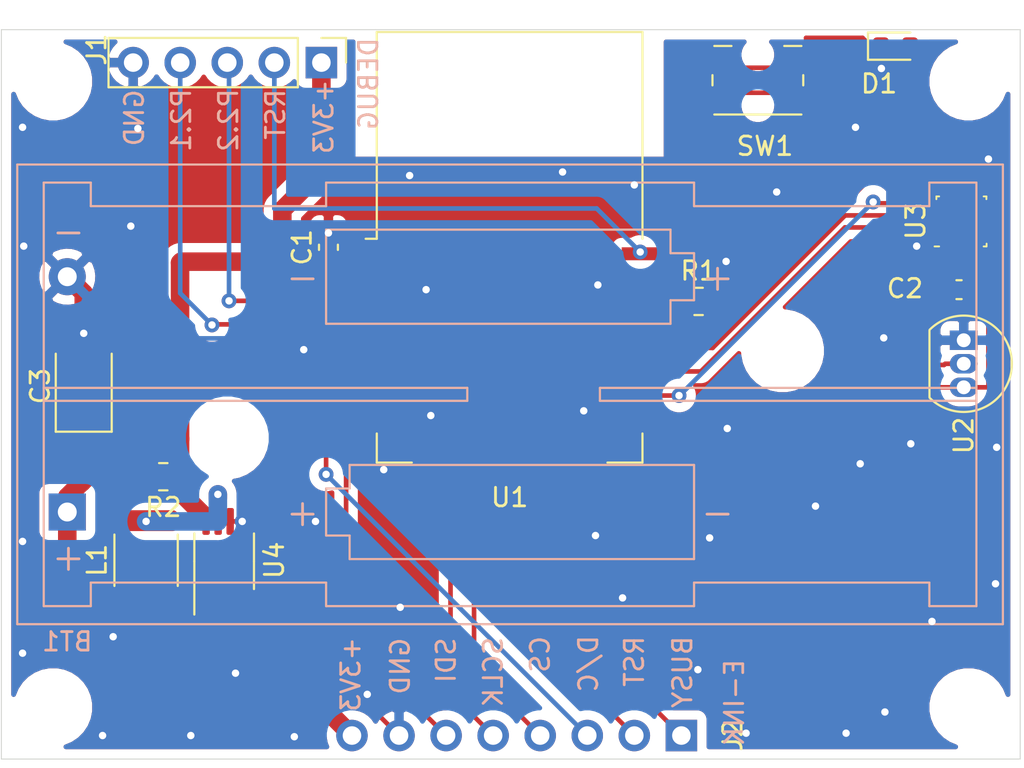
<source format=kicad_pcb>
(kicad_pcb (version 20171130) (host pcbnew "(5.1.8)-1")

  (general
    (thickness 1.6)
    (drawings 23)
    (tracks 233)
    (zones 0)
    (modules 15)
    (nets 30)
  )

  (page A4)
  (layers
    (0 F.Cu signal)
    (31 B.Cu signal)
    (32 B.Adhes user)
    (33 F.Adhes user)
    (34 B.Paste user)
    (35 F.Paste user)
    (36 B.SilkS user)
    (37 F.SilkS user)
    (38 B.Mask user)
    (39 F.Mask user)
    (40 Dwgs.User user)
    (41 Cmts.User user)
    (42 Eco1.User user)
    (43 Eco2.User user)
    (44 Edge.Cuts user)
    (45 Margin user)
    (46 B.CrtYd user)
    (47 F.CrtYd user)
    (48 B.Fab user)
    (49 F.Fab user)
  )

  (setup
    (last_trace_width 0.25)
    (trace_clearance 0.2)
    (zone_clearance 0.508)
    (zone_45_only no)
    (trace_min 0.2)
    (via_size 0.8)
    (via_drill 0.4)
    (via_min_size 0.4)
    (via_min_drill 0.3)
    (uvia_size 0.3)
    (uvia_drill 0.1)
    (uvias_allowed no)
    (uvia_min_size 0.2)
    (uvia_min_drill 0.1)
    (edge_width 0.05)
    (segment_width 0.2)
    (pcb_text_width 0.3)
    (pcb_text_size 1.5 1.5)
    (mod_edge_width 0.12)
    (mod_text_size 1 1)
    (mod_text_width 0.15)
    (pad_size 3.2 3.2)
    (pad_drill 3.2)
    (pad_to_mask_clearance 0)
    (aux_axis_origin 0 0)
    (visible_elements 7FFFFFFF)
    (pcbplotparams
      (layerselection 0x010f0_ffffffff)
      (usegerberextensions false)
      (usegerberattributes true)
      (usegerberadvancedattributes true)
      (creategerberjobfile true)
      (excludeedgelayer true)
      (linewidth 0.100000)
      (plotframeref false)
      (viasonmask false)
      (mode 1)
      (useauxorigin false)
      (hpglpennumber 1)
      (hpglpenspeed 20)
      (hpglpendiameter 15.000000)
      (psnegative false)
      (psa4output false)
      (plotreference true)
      (plotvalue true)
      (plotinvisibletext false)
      (padsonsilk false)
      (subtractmaskfromsilk false)
      (outputformat 1)
      (mirror false)
      (drillshape 0)
      (scaleselection 1)
      (outputdirectory ""))
  )

  (net 0 "")
  (net 1 GND)
  (net 2 +3V3)
  (net 3 /P1.0)
  (net 4 "Net-(D1-Pad2)")
  (net 5 /LED)
  (net 6 +BATT)
  (net 7 "Net-(U1-Pad17)")
  (net 8 /CLK0)
  (net 9 /CS0)
  (net 10 /MOSI0)
  (net 11 /MISO0)
  (net 12 /SW)
  (net 13 /RESET)
  (net 14 "Net-(U1-Pad9)")
  (net 15 /CLK1)
  (net 16 /CS1)
  (net 17 /RST)
  (net 18 /BUSY)
  (net 19 "Net-(U1-Pad14)")
  (net 20 /DQ)
  (net 21 /P2.2)
  (net 22 /P2.1)
  (net 23 "Net-(U1-Pad5)")
  (net 24 /DC)
  (net 25 /MOSI1)
  (net 26 "Net-(U1-Pad8)")
  (net 27 "Net-(U4-Pad2)")
  (net 28 "Net-(U4-Pad3)")
  (net 29 "Net-(L1-Pad2)")

  (net_class Default "This is the default net class."
    (clearance 0.2)
    (trace_width 0.25)
    (via_dia 0.8)
    (via_drill 0.4)
    (uvia_dia 0.3)
    (uvia_drill 0.1)
    (add_net +3V3)
    (add_net +BATT)
    (add_net /BUSY)
    (add_net /CLK0)
    (add_net /CLK1)
    (add_net /CS0)
    (add_net /CS1)
    (add_net /DC)
    (add_net /DQ)
    (add_net /LED)
    (add_net /MISO0)
    (add_net /MOSI0)
    (add_net /MOSI1)
    (add_net /P1.0)
    (add_net /P2.1)
    (add_net /P2.2)
    (add_net /RESET)
    (add_net /RST)
    (add_net /SW)
    (add_net GND)
    (add_net "Net-(D1-Pad2)")
    (add_net "Net-(L1-Pad2)")
    (add_net "Net-(U1-Pad14)")
    (add_net "Net-(U1-Pad17)")
    (add_net "Net-(U1-Pad5)")
    (add_net "Net-(U1-Pad8)")
    (add_net "Net-(U1-Pad9)")
    (add_net "Net-(U4-Pad2)")
    (add_net "Net-(U4-Pad3)")
  )

  (module Capacitor_SMD:C_0603_1608Metric (layer F.Cu) (tedit 5F68FEEE) (tstamp 5FDD8A5E)
    (at 49.53 141.5415 90)
    (descr "Capacitor SMD 0603 (1608 Metric), square (rectangular) end terminal, IPC_7351 nominal, (Body size source: IPC-SM-782 page 76, https://www.pcb-3d.com/wordpress/wp-content/uploads/ipc-sm-782a_amendment_1_and_2.pdf), generated with kicad-footprint-generator")
    (tags capacitor)
    (path /5FDE1BF0)
    (attr smd)
    (fp_text reference C1 (at 0 -1.43 90) (layer F.SilkS)
      (effects (font (size 1 1) (thickness 0.15)))
    )
    (fp_text value 100nF (at 0 1.43 90) (layer F.Fab)
      (effects (font (size 1 1) (thickness 0.15)))
    )
    (fp_line (start 1.48 0.73) (end -1.48 0.73) (layer F.CrtYd) (width 0.05))
    (fp_line (start 1.48 -0.73) (end 1.48 0.73) (layer F.CrtYd) (width 0.05))
    (fp_line (start -1.48 -0.73) (end 1.48 -0.73) (layer F.CrtYd) (width 0.05))
    (fp_line (start -1.48 0.73) (end -1.48 -0.73) (layer F.CrtYd) (width 0.05))
    (fp_line (start -0.14058 0.51) (end 0.14058 0.51) (layer F.SilkS) (width 0.12))
    (fp_line (start -0.14058 -0.51) (end 0.14058 -0.51) (layer F.SilkS) (width 0.12))
    (fp_line (start 0.8 0.4) (end -0.8 0.4) (layer F.Fab) (width 0.1))
    (fp_line (start 0.8 -0.4) (end 0.8 0.4) (layer F.Fab) (width 0.1))
    (fp_line (start -0.8 -0.4) (end 0.8 -0.4) (layer F.Fab) (width 0.1))
    (fp_line (start -0.8 0.4) (end -0.8 -0.4) (layer F.Fab) (width 0.1))
    (fp_text user %R (at 0 0 90) (layer F.Fab)
      (effects (font (size 0.4 0.4) (thickness 0.06)))
    )
    (pad 2 smd roundrect (at 0.775 0 90) (size 0.9 0.95) (layers F.Cu F.Paste F.Mask) (roundrect_rratio 0.25)
      (net 1 GND))
    (pad 1 smd roundrect (at -0.775 0 90) (size 0.9 0.95) (layers F.Cu F.Paste F.Mask) (roundrect_rratio 0.25)
      (net 2 +3V3))
    (model ${KISYS3DMOD}/Capacitor_SMD.3dshapes/C_0603_1608Metric.wrl
      (at (xyz 0 0 0))
      (scale (xyz 1 1 1))
      (rotate (xyz 0 0 0))
    )
  )

  (module Capacitor_SMD:C_0603_1608Metric (layer F.Cu) (tedit 5F68FEEE) (tstamp 5FDD8A6F)
    (at 83.566 143.8275 180)
    (descr "Capacitor SMD 0603 (1608 Metric), square (rectangular) end terminal, IPC_7351 nominal, (Body size source: IPC-SM-782 page 76, https://www.pcb-3d.com/wordpress/wp-content/uploads/ipc-sm-782a_amendment_1_and_2.pdf), generated with kicad-footprint-generator")
    (tags capacitor)
    (path /5FDDF1FE)
    (attr smd)
    (fp_text reference C2 (at 2.921 0.0635) (layer F.SilkS)
      (effects (font (size 1 1) (thickness 0.15)))
    )
    (fp_text value 100nF (at 0 1.43) (layer F.Fab)
      (effects (font (size 1 1) (thickness 0.15)))
    )
    (fp_line (start -0.8 0.4) (end -0.8 -0.4) (layer F.Fab) (width 0.1))
    (fp_line (start -0.8 -0.4) (end 0.8 -0.4) (layer F.Fab) (width 0.1))
    (fp_line (start 0.8 -0.4) (end 0.8 0.4) (layer F.Fab) (width 0.1))
    (fp_line (start 0.8 0.4) (end -0.8 0.4) (layer F.Fab) (width 0.1))
    (fp_line (start -0.14058 -0.51) (end 0.14058 -0.51) (layer F.SilkS) (width 0.12))
    (fp_line (start -0.14058 0.51) (end 0.14058 0.51) (layer F.SilkS) (width 0.12))
    (fp_line (start -1.48 0.73) (end -1.48 -0.73) (layer F.CrtYd) (width 0.05))
    (fp_line (start -1.48 -0.73) (end 1.48 -0.73) (layer F.CrtYd) (width 0.05))
    (fp_line (start 1.48 -0.73) (end 1.48 0.73) (layer F.CrtYd) (width 0.05))
    (fp_line (start 1.48 0.73) (end -1.48 0.73) (layer F.CrtYd) (width 0.05))
    (fp_text user %R (at 0 0) (layer F.Fab)
      (effects (font (size 0.4 0.4) (thickness 0.06)))
    )
    (pad 1 smd roundrect (at -0.775 0 180) (size 0.9 0.95) (layers F.Cu F.Paste F.Mask) (roundrect_rratio 0.25)
      (net 3 /P1.0))
    (pad 2 smd roundrect (at 0.775 0 180) (size 0.9 0.95) (layers F.Cu F.Paste F.Mask) (roundrect_rratio 0.25)
      (net 1 GND))
    (model ${KISYS3DMOD}/Capacitor_SMD.3dshapes/C_0603_1608Metric.wrl
      (at (xyz 0 0 0))
      (scale (xyz 1 1 1))
      (rotate (xyz 0 0 0))
    )
  )

  (module RF_Module:E18-MS1-PCB (layer F.Cu) (tedit 5ACF9A19) (tstamp 5FDD8B03)
    (at 59.309 141.5415)
    (descr http://www.cdebyte.com/en/downpdf.aspx?id=122)
    (tags Zigbee)
    (path /5FDCAD61)
    (attr smd)
    (fp_text reference U1 (at 0 13.5 180) (layer F.SilkS)
      (effects (font (size 1 1) (thickness 0.15)))
    )
    (fp_text value E18-MS1-PCB (at 0 -12.5 180) (layer F.Fab)
      (effects (font (size 1 1) (thickness 0.15)))
    )
    (fp_line (start 7.05 11.5) (end -7.05 11.5) (layer F.Fab) (width 0.1))
    (fp_line (start -7.05 -11.5) (end 7.05 -11.5) (layer F.Fab) (width 0.1))
    (fp_line (start 7.05 -11.5) (end 7.05 11.5) (layer F.Fab) (width 0.1))
    (fp_line (start 7.05 -6) (end -7.05 -6) (layer F.Fab) (width 0.1))
    (fp_line (start -8.3 12.75) (end -8.3 -11.75) (layer F.CrtYd) (width 0.05))
    (fp_line (start -8.3 -11.75) (end 8.3 -11.75) (layer F.CrtYd) (width 0.05))
    (fp_line (start 8.3 -11.75) (end 8.3 12.75) (layer F.CrtYd) (width 0.05))
    (fp_line (start 8.3 12.75) (end -8.3 12.75) (layer F.CrtYd) (width 0.05))
    (fp_line (start -7.17 11.62) (end -7.17 10.05) (layer F.SilkS) (width 0.12))
    (fp_line (start -7.17 11.62) (end -5.28 11.62) (layer F.SilkS) (width 0.12))
    (fp_line (start 5.28 11.62) (end 7.17 11.62) (layer F.SilkS) (width 0.12))
    (fp_line (start 7.17 11.62) (end 7.17 10.05) (layer F.SilkS) (width 0.12))
    (fp_line (start 7.17 -0.46) (end 7.17 -11.62) (layer F.SilkS) (width 0.12))
    (fp_line (start 7.17 -11.62) (end -7.17 -11.62) (layer F.SilkS) (width 0.12))
    (fp_line (start -7.17 -11.62) (end -7.17 -0.46) (layer F.SilkS) (width 0.12))
    (fp_line (start -7.05 -6) (end -7.05 -11.5) (layer Dwgs.User) (width 0.1))
    (fp_line (start -7.05 -11.5) (end 7.05 -11.5) (layer Dwgs.User) (width 0.1))
    (fp_line (start 7.05 -11.5) (end 7.05 -6) (layer Dwgs.User) (width 0.1))
    (fp_line (start 7.05 -6) (end -7.05 -6) (layer Dwgs.User) (width 0.1))
    (fp_line (start -6 -6) (end -7.05 -7.05) (layer Dwgs.User) (width 0.1))
    (fp_line (start -5 -6) (end -7.05 -8.05) (layer Dwgs.User) (width 0.1))
    (fp_line (start -4 -6) (end -7.05 -9.05) (layer Dwgs.User) (width 0.1))
    (fp_line (start -3 -6) (end -7.05 -10.05) (layer Dwgs.User) (width 0.1))
    (fp_line (start -2 -6) (end -7.05 -11.05) (layer Dwgs.User) (width 0.1))
    (fp_line (start -1 -6) (end -6.5 -11.5) (layer Dwgs.User) (width 0.1))
    (fp_line (start 0 -6) (end -5.5 -11.5) (layer Dwgs.User) (width 0.1))
    (fp_line (start 1 -6) (end -4.5 -11.5) (layer Dwgs.User) (width 0.1))
    (fp_line (start 2 -6) (end -3.5 -11.5) (layer Dwgs.User) (width 0.1))
    (fp_line (start 3 -6) (end -2.5 -11.5) (layer Dwgs.User) (width 0.1))
    (fp_line (start 4 -6) (end -1.5 -11.5) (layer Dwgs.User) (width 0.1))
    (fp_line (start 5 -6) (end -0.5 -11.5) (layer Dwgs.User) (width 0.1))
    (fp_line (start 6 -6) (end 0.5 -11.5) (layer Dwgs.User) (width 0.1))
    (fp_line (start 7 -6) (end 1.5 -11.5) (layer Dwgs.User) (width 0.1))
    (fp_line (start 2.5 -11.5) (end 7.05 -6.95) (layer Dwgs.User) (width 0.1))
    (fp_line (start 7.05 -7.95) (end 3.5 -11.5) (layer Dwgs.User) (width 0.1))
    (fp_line (start 4.5 -11.5) (end 7.05 -8.95) (layer Dwgs.User) (width 0.1))
    (fp_line (start 7.05 -9.95) (end 5.5 -11.5) (layer Dwgs.User) (width 0.1))
    (fp_line (start 6.5 -11.5) (end 7.05 -10.95) (layer Dwgs.User) (width 0.1))
    (fp_line (start -7.17 -0.46) (end -7.77 -0.46) (layer F.SilkS) (width 0.12))
    (fp_line (start -7.05 0) (end -6.7 0.35) (layer F.Fab) (width 0.1))
    (fp_line (start -6.7 0.35) (end -7.05 0.7) (layer F.Fab) (width 0.1))
    (fp_line (start -7.05 -11.5) (end -7.05 0) (layer F.Fab) (width 0.1))
    (fp_line (start -7.05 0.7) (end -7.05 11.5) (layer F.Fab) (width 0.1))
    (fp_text user %R (at 0 0 180) (layer F.Fab)
      (effects (font (size 1 1) (thickness 0.15)))
    )
    (fp_text user "KEEP-OUT ZONE" (at 0 -10 180) (layer Cmts.User)
      (effects (font (size 1 1) (thickness 0.15)))
    )
    (fp_text user "No metal, traces, or components" (at 0 -8 180) (layer Cmts.User)
      (effects (font (size 0.4 0.4) (thickness 0.06)))
    )
    (fp_text user "on any PCB layer." (at 0 -7 180) (layer Cmts.User)
      (effects (font (size 0.4 0.4) (thickness 0.06)))
    )
    (pad 17 smd rect (at 7.05 9.24 90) (size 0.7 2) (layers F.Cu F.Paste F.Mask)
      (net 7 "Net-(U1-Pad17)"))
    (pad 18 smd rect (at 7.05 7.97 90) (size 0.7 2) (layers F.Cu F.Paste F.Mask)
      (net 8 /CLK0))
    (pad 19 smd rect (at 7.05 6.7 90) (size 0.7 2) (layers F.Cu F.Paste F.Mask)
      (net 9 /CS0))
    (pad 20 smd rect (at 7.05 5.43 90) (size 0.7 2) (layers F.Cu F.Paste F.Mask)
      (net 10 /MOSI0))
    (pad 21 smd rect (at 7.05 4.16 90) (size 0.7 2) (layers F.Cu F.Paste F.Mask)
      (net 11 /MISO0))
    (pad 22 smd rect (at 7.05 2.89 90) (size 0.7 2) (layers F.Cu F.Paste F.Mask)
      (net 5 /LED))
    (pad 23 smd rect (at 7.05 1.62 90) (size 0.7 2) (layers F.Cu F.Paste F.Mask)
      (net 12 /SW))
    (pad 24 smd rect (at 7.05 0.35 90) (size 0.7 2) (layers F.Cu F.Paste F.Mask)
      (net 13 /RESET))
    (pad 9 smd rect (at -4.46 11.5 180) (size 0.7 2) (layers F.Cu F.Paste F.Mask)
      (net 14 "Net-(U1-Pad9)"))
    (pad 10 smd rect (at -3.19 11.5 180) (size 0.7 2) (layers F.Cu F.Paste F.Mask)
      (net 15 /CLK1))
    (pad 11 smd rect (at -1.92 11.5 180) (size 0.7 2) (layers F.Cu F.Paste F.Mask)
      (net 16 /CS1))
    (pad 12 smd rect (at -0.65 11.5 180) (size 0.7 2) (layers F.Cu F.Paste F.Mask)
      (net 17 /RST))
    (pad 13 smd rect (at 0.62 11.5 180) (size 0.7 2) (layers F.Cu F.Paste F.Mask)
      (net 18 /BUSY))
    (pad 14 smd rect (at 1.89 11.5 180) (size 0.7 2) (layers F.Cu F.Paste F.Mask)
      (net 19 "Net-(U1-Pad14)"))
    (pad 15 smd rect (at 3.16 11.5 180) (size 0.7 2) (layers F.Cu F.Paste F.Mask)
      (net 3 /P1.0))
    (pad 16 smd rect (at 4.43 11.5 180) (size 0.7 2) (layers F.Cu F.Paste F.Mask)
      (net 20 /DQ))
    (pad 1 smd rect (at -7.05 0.35 270) (size 0.7 2) (layers F.Cu F.Paste F.Mask)
      (net 1 GND))
    (pad 2 smd rect (at -7.05 1.62 270) (size 0.7 2) (layers F.Cu F.Paste F.Mask)
      (net 2 +3V3))
    (pad 3 smd rect (at -7.05 2.89 270) (size 0.7 2) (layers F.Cu F.Paste F.Mask)
      (net 21 /P2.2))
    (pad 4 smd rect (at -7.05 4.16 270) (size 0.7 2) (layers F.Cu F.Paste F.Mask)
      (net 22 /P2.1))
    (pad 5 smd rect (at -7.05 5.43 270) (size 0.7 2) (layers F.Cu F.Paste F.Mask)
      (net 23 "Net-(U1-Pad5)"))
    (pad 6 smd rect (at -7.05 6.7 270) (size 0.7 2) (layers F.Cu F.Paste F.Mask)
      (net 24 /DC))
    (pad 7 smd rect (at -7.05 7.97 270) (size 0.7 2) (layers F.Cu F.Paste F.Mask)
      (net 25 /MOSI1))
    (pad 8 smd rect (at -7.05 9.24 270) (size 0.7 2) (layers F.Cu F.Paste F.Mask)
      (net 26 "Net-(U1-Pad8)"))
    (model ${KISYS3DMOD}/RF_Module.3dshapes/E18-MS1-PCB.wrl
      (at (xyz 0 0 0))
      (scale (xyz 1 1 1))
      (rotate (xyz 0 0 0))
    )
  )

  (module Package_TO_SOT_THT:TO-92_Inline (layer F.Cu) (tedit 5A1DD157) (tstamp 5FDD8B15)
    (at 83.82 146.558 270)
    (descr "TO-92 leads in-line, narrow, oval pads, drill 0.75mm (see NXP sot054_po.pdf)")
    (tags "to-92 sc-43 sc-43a sot54 PA33 transistor")
    (path /5FDD8183)
    (fp_text reference U2 (at 5.1435 0 90) (layer F.SilkS)
      (effects (font (size 1 1) (thickness 0.15)))
    )
    (fp_text value DS18B20 (at 1.27 2.79 90) (layer F.Fab)
      (effects (font (size 1 1) (thickness 0.15)))
    )
    (fp_line (start -0.53 1.85) (end 3.07 1.85) (layer F.SilkS) (width 0.12))
    (fp_line (start -0.5 1.75) (end 3 1.75) (layer F.Fab) (width 0.1))
    (fp_line (start -1.46 -2.73) (end 4 -2.73) (layer F.CrtYd) (width 0.05))
    (fp_line (start -1.46 -2.73) (end -1.46 2.01) (layer F.CrtYd) (width 0.05))
    (fp_line (start 4 2.01) (end 4 -2.73) (layer F.CrtYd) (width 0.05))
    (fp_line (start 4 2.01) (end -1.46 2.01) (layer F.CrtYd) (width 0.05))
    (fp_text user %R (at 1.27 0 90) (layer F.Fab)
      (effects (font (size 1 1) (thickness 0.15)))
    )
    (fp_arc (start 1.27 0) (end 1.27 -2.48) (angle 135) (layer F.Fab) (width 0.1))
    (fp_arc (start 1.27 0) (end 1.27 -2.6) (angle -135) (layer F.SilkS) (width 0.12))
    (fp_arc (start 1.27 0) (end 1.27 -2.48) (angle -135) (layer F.Fab) (width 0.1))
    (fp_arc (start 1.27 0) (end 1.27 -2.6) (angle 135) (layer F.SilkS) (width 0.12))
    (pad 2 thru_hole oval (at 1.27 0 270) (size 1.05 1.5) (drill 0.75) (layers *.Cu *.Mask)
      (net 20 /DQ))
    (pad 3 thru_hole oval (at 2.54 0 270) (size 1.05 1.5) (drill 0.75) (layers *.Cu *.Mask)
      (net 3 /P1.0))
    (pad 1 thru_hole rect (at 0 0 270) (size 1.05 1.5) (drill 0.75) (layers *.Cu *.Mask)
      (net 1 GND))
    (model ${KISYS3DMOD}/Package_TO_SOT_THT.3dshapes/TO-92_Inline.wrl
      (at (xyz 0 0 0))
      (scale (xyz 1 1 1))
      (rotate (xyz 0 0 0))
    )
  )

  (module Package_LGA:Bosch_LGA-8_2.5x2.5mm_P0.65mm_ClockwisePinNumbering (layer F.Cu) (tedit 5A0FA816) (tstamp 5FDD8B32)
    (at 83.693 140.1445 90)
    (descr LGA-8)
    (tags "lga land grid array")
    (path /5FDDB42E)
    (attr smd)
    (fp_text reference U3 (at 0.015 -2.465 90) (layer F.SilkS)
      (effects (font (size 1 1) (thickness 0.15)))
    )
    (fp_text value BME280 (at 0.015 2.535 90) (layer F.Fab)
      (effects (font (size 1 1) (thickness 0.15)))
    )
    (fp_line (start -1.35 1.36) (end -1.2 1.36) (layer F.SilkS) (width 0.1))
    (fp_line (start -1.25 -0.5) (end -0.5 -1.25) (layer F.Fab) (width 0.1))
    (fp_line (start -1.35 1.35) (end -1.35 1.2) (layer F.SilkS) (width 0.1))
    (fp_line (start 1.35 1.35) (end 1.35 1.2) (layer F.SilkS) (width 0.1))
    (fp_line (start 1.35 1.35) (end 1.2 1.35) (layer F.SilkS) (width 0.1))
    (fp_line (start 1.2 -1.35) (end 1.35 -1.35) (layer F.SilkS) (width 0.1))
    (fp_line (start 1.35 -1.35) (end 1.35 -1.2) (layer F.SilkS) (width 0.1))
    (fp_line (start -1.35 -1.2) (end -1.35 -1.45) (layer F.SilkS) (width 0.1))
    (fp_line (start -1.25 1.25) (end -1.25 -0.5) (layer F.Fab) (width 0.1))
    (fp_line (start -0.5 -1.25) (end 1.25 -1.25) (layer F.Fab) (width 0.1))
    (fp_line (start 1.25 -1.25) (end 1.25 1.25) (layer F.Fab) (width 0.1))
    (fp_line (start 1.25 1.25) (end -1.25 1.25) (layer F.Fab) (width 0.1))
    (fp_line (start -1.41 1.54) (end -1.41 -1.54) (layer F.CrtYd) (width 0.05))
    (fp_line (start -1.41 -1.54) (end 1.41 -1.54) (layer F.CrtYd) (width 0.05))
    (fp_line (start 1.41 -1.54) (end 1.41 1.54) (layer F.CrtYd) (width 0.05))
    (fp_line (start 1.41 1.54) (end -1.41 1.54) (layer F.CrtYd) (width 0.05))
    (fp_text user %R (at 0 0 270) (layer F.Fab)
      (effects (font (size 0.5 0.5) (thickness 0.075)))
    )
    (pad 4 smd rect (at 0.975 -1.025 180) (size 0.5 0.35) (layers F.Cu F.Paste F.Mask)
      (net 8 /CLK0))
    (pad 3 smd rect (at 0.325 -1.025 180) (size 0.5 0.35) (layers F.Cu F.Paste F.Mask)
      (net 10 /MOSI0))
    (pad 2 smd rect (at -0.325 -1.025 180) (size 0.5 0.35) (layers F.Cu F.Paste F.Mask)
      (net 9 /CS0))
    (pad 1 smd rect (at -0.975 -1.025 180) (size 0.5 0.35) (layers F.Cu F.Paste F.Mask)
      (net 1 GND))
    (pad 8 smd rect (at -0.975 1.025 180) (size 0.5 0.35) (layers F.Cu F.Paste F.Mask)
      (net 3 /P1.0))
    (pad 7 smd rect (at -0.325 1.025 180) (size 0.5 0.35) (layers F.Cu F.Paste F.Mask)
      (net 1 GND))
    (pad 6 smd rect (at 0.325 1.025 180) (size 0.5 0.35) (layers F.Cu F.Paste F.Mask)
      (net 3 /P1.0))
    (pad 5 smd rect (at 0.975 1.025 180) (size 0.5 0.35) (layers F.Cu F.Paste F.Mask)
      (net 11 /MISO0))
    (model ${KISYS3DMOD}/Package_LGA.3dshapes/Bosch_LGA-8_2.5x2.5mm_P0.65mm_ClockwisePinNumbering.wrl
      (offset (xyz 0.01500000025472259 -0.03500000059435272 0))
      (scale (xyz 1 1 1))
      (rotate (xyz 0 0 0))
    )
  )

  (module Package_SO:MSOP-8-1EP_3x3mm_P0.65mm_EP1.68x1.88mm (layer F.Cu) (tedit 5DC5FE75) (tstamp 5FDD8B51)
    (at 43.901 158.487 90)
    (descr "MSOP, 8 Pin (https://www.analog.com/media/en/technical-documentation/data-sheets/4440fb.pdf#page=13), generated with kicad-footprint-generator ipc_gullwing_generator.py")
    (tags "MSOP SO")
    (path /5FE18C10)
    (attr smd)
    (fp_text reference U4 (at 0.0545 2.708 90) (layer F.SilkS)
      (effects (font (size 1 1) (thickness 0.15)))
    )
    (fp_text value MAX1678 (at 0 2.45 90) (layer F.Fab)
      (effects (font (size 1 1) (thickness 0.15)))
    )
    (fp_line (start 0 1.61) (end 1.5 1.61) (layer F.SilkS) (width 0.12))
    (fp_line (start 0 1.61) (end -1.5 1.61) (layer F.SilkS) (width 0.12))
    (fp_line (start 0 -1.61) (end 1.5 -1.61) (layer F.SilkS) (width 0.12))
    (fp_line (start 0 -1.61) (end -2.875 -1.61) (layer F.SilkS) (width 0.12))
    (fp_line (start -0.75 -1.5) (end 1.5 -1.5) (layer F.Fab) (width 0.1))
    (fp_line (start 1.5 -1.5) (end 1.5 1.5) (layer F.Fab) (width 0.1))
    (fp_line (start 1.5 1.5) (end -1.5 1.5) (layer F.Fab) (width 0.1))
    (fp_line (start -1.5 1.5) (end -1.5 -0.75) (layer F.Fab) (width 0.1))
    (fp_line (start -1.5 -0.75) (end -0.75 -1.5) (layer F.Fab) (width 0.1))
    (fp_line (start -3.12 -1.75) (end -3.12 1.75) (layer F.CrtYd) (width 0.05))
    (fp_line (start -3.12 1.75) (end 3.12 1.75) (layer F.CrtYd) (width 0.05))
    (fp_line (start 3.12 1.75) (end 3.12 -1.75) (layer F.CrtYd) (width 0.05))
    (fp_line (start 3.12 -1.75) (end -3.12 -1.75) (layer F.CrtYd) (width 0.05))
    (fp_text user %R (at 0 0 90) (layer F.Fab)
      (effects (font (size 0.75 0.75) (thickness 0.11)))
    )
    (pad 1 smd roundrect (at -2.15 -0.975 90) (size 1.45 0.4) (layers F.Cu F.Paste F.Mask) (roundrect_rratio 0.25)
      (net 6 +BATT))
    (pad 2 smd roundrect (at -2.15 -0.325 90) (size 1.45 0.4) (layers F.Cu F.Paste F.Mask) (roundrect_rratio 0.25)
      (net 27 "Net-(U4-Pad2)"))
    (pad 3 smd roundrect (at -2.15 0.325 90) (size 1.45 0.4) (layers F.Cu F.Paste F.Mask) (roundrect_rratio 0.25)
      (net 28 "Net-(U4-Pad3)"))
    (pad 4 smd roundrect (at -2.15 0.975 90) (size 1.45 0.4) (layers F.Cu F.Paste F.Mask) (roundrect_rratio 0.25)
      (net 6 +BATT))
    (pad 5 smd roundrect (at 2.15 0.975 90) (size 1.45 0.4) (layers F.Cu F.Paste F.Mask) (roundrect_rratio 0.25)
      (net 1 GND))
    (pad 6 smd roundrect (at 2.15 0.325 90) (size 1.45 0.4) (layers F.Cu F.Paste F.Mask) (roundrect_rratio 0.25)
      (net 1 GND))
    (pad 7 smd roundrect (at 2.15 -0.325 90) (size 1.45 0.4) (layers F.Cu F.Paste F.Mask) (roundrect_rratio 0.25)
      (net 29 "Net-(L1-Pad2)"))
    (pad 8 smd roundrect (at 2.15 -0.975 90) (size 1.45 0.4) (layers F.Cu F.Paste F.Mask) (roundrect_rratio 0.25)
      (net 2 +3V3))
    (pad 9 smd rect (at 0 0 90) (size 1.68 1.88) (layers F.Cu F.Mask))
    (pad "" smd roundrect (at -0.42 -0.47 90) (size 0.68 0.76) (layers F.Paste) (roundrect_rratio 0.25))
    (pad "" smd roundrect (at -0.42 0.47 90) (size 0.68 0.76) (layers F.Paste) (roundrect_rratio 0.25))
    (pad "" smd roundrect (at 0.42 -0.47 90) (size 0.68 0.76) (layers F.Paste) (roundrect_rratio 0.25))
    (pad "" smd roundrect (at 0.42 0.47 90) (size 0.68 0.76) (layers F.Paste) (roundrect_rratio 0.25))
    (model ${KISYS3DMOD}/Package_SO.3dshapes/MSOP-8-1EP_3x3mm_P0.65mm_EP1.68x1.88mm.wrl
      (at (xyz 0 0 0))
      (scale (xyz 1 1 1))
      (rotate (xyz 0 0 0))
    )
  )

  (module Battery:BatteryHolder_Keystone_2468_2xAAA (layer B.Cu) (tedit 5C9A5FE6) (tstamp 5FDD8EAD)
    (at 35.433 155.829)
    (descr "2xAAA cell battery holder, Keystone P/N 2468, http://www.keyelco.com/product-pdf.cfm?p=1033")
    (tags "AAA battery cell holder")
    (path /5FDC92FB)
    (fp_text reference BT1 (at 0 7) (layer B.SilkS)
      (effects (font (size 1 1) (thickness 0.15)) (justify mirror))
    )
    (fp_text value Battery (at 23.9 -7.35) (layer B.Fab)
      (effects (font (size 1 1) (thickness 0.15)) (justify mirror))
    )
    (fp_line (start 50.89 -19.15) (end 50.89 6.45) (layer B.CrtYd) (width 0.05))
    (fp_line (start -3.09 -19.15) (end 50.89 -19.15) (layer B.CrtYd) (width 0.05))
    (fp_line (start -3.09 6.45) (end -3.09 -19.15) (layer B.CrtYd) (width 0.05))
    (fp_line (start 50.89 6.45) (end -3.09 6.45) (layer B.CrtYd) (width 0.05))
    (fp_line (start 50.5 -18.75) (end 50.5 6.05) (layer B.SilkS) (width 0.12))
    (fp_line (start -2.7 -18.755) (end 50.5 -18.755) (layer B.SilkS) (width 0.12))
    (fp_line (start -2.7 6.05) (end -2.7 -18.75) (layer B.SilkS) (width 0.12))
    (fp_line (start 50.5 6.055) (end -2.7 6.055) (layer B.SilkS) (width 0.12))
    (fp_line (start 13.97 -15.24) (end 13.97 -10.16) (layer B.SilkS) (width 0.12))
    (fp_line (start 13.97 -10.16) (end 32.56 -10.16) (layer B.SilkS) (width 0.12))
    (fp_line (start 32.56 -10.16) (end 32.56 -11.43) (layer B.SilkS) (width 0.12))
    (fp_line (start 32.56 -11.43) (end 33.83 -11.43) (layer B.SilkS) (width 0.12))
    (fp_line (start 33.83 -11.43) (end 33.83 -13.97) (layer B.SilkS) (width 0.12))
    (fp_line (start 33.83 -13.97) (end 32.56 -13.97) (layer B.SilkS) (width 0.12))
    (fp_line (start 32.56 -13.97) (end 32.56 -15.24) (layer B.SilkS) (width 0.12))
    (fp_line (start 32.56 -15.24) (end 13.97 -15.24) (layer B.SilkS) (width 0.12))
    (fp_line (start 33.83 -2.54) (end 15.24 -2.54) (layer B.SilkS) (width 0.12))
    (fp_line (start 15.24 -2.54) (end 15.24 -1.27) (layer B.SilkS) (width 0.12))
    (fp_line (start 15.24 -1.27) (end 13.97 -1.27) (layer B.SilkS) (width 0.12))
    (fp_line (start 13.97 -1.27) (end 13.97 1.27) (layer B.SilkS) (width 0.12))
    (fp_line (start 13.97 1.27) (end 15.24 1.27) (layer B.SilkS) (width 0.12))
    (fp_line (start 15.24 1.27) (end 15.24 2.54) (layer B.SilkS) (width 0.12))
    (fp_line (start 15.24 2.54) (end 33.83 2.54) (layer B.SilkS) (width 0.12))
    (fp_line (start 33.83 2.54) (end 33.83 -2.54) (layer B.SilkS) (width 0.12))
    (fp_line (start -1.27 -6) (end 21.59 -6) (layer B.SilkS) (width 0.12))
    (fp_line (start 21.59 -6) (end 21.59 -6.7) (layer B.SilkS) (width 0.12))
    (fp_line (start 21.59 -6.7) (end -1.27 -6.7) (layer B.SilkS) (width 0.12))
    (fp_line (start 49.07 -6) (end 28.75 -6) (layer B.SilkS) (width 0.12))
    (fp_line (start 28.75 -6) (end 28.75 -6.7) (layer B.SilkS) (width 0.12))
    (fp_line (start 28.75 -6.7) (end 49.07 -6.7) (layer B.SilkS) (width 0.12))
    (fp_line (start 13.97 -16.51) (end 13.97 -17.78) (layer B.SilkS) (width 0.12))
    (fp_line (start 13.97 -17.78) (end 33.83 -17.78) (layer B.SilkS) (width 0.12))
    (fp_line (start 33.83 -17.78) (end 33.83 -16.51) (layer B.SilkS) (width 0.12))
    (fp_line (start 46.53 3.81) (end 33.83 3.81) (layer B.SilkS) (width 0.12))
    (fp_line (start 33.83 3.81) (end 33.83 5.08) (layer B.SilkS) (width 0.12))
    (fp_line (start 33.83 5.08) (end 13.97 5.08) (layer B.SilkS) (width 0.12))
    (fp_line (start 13.97 5.08) (end 13.97 3.81) (layer B.SilkS) (width 0.12))
    (fp_line (start 46.53 -16.51) (end 33.83 -16.51) (layer B.SilkS) (width 0.12))
    (fp_line (start 1.27 3.81) (end 13.97 3.81) (layer B.SilkS) (width 0.12))
    (fp_line (start 1.27 3.81) (end 1.27 5.08) (layer B.SilkS) (width 0.12))
    (fp_line (start 1.27 5.08) (end -1.27 5.08) (layer B.SilkS) (width 0.12))
    (fp_line (start -1.27 5.08) (end -1.27 -17.78) (layer B.SilkS) (width 0.12))
    (fp_line (start -1.27 -17.78) (end 1.27 -17.78) (layer B.SilkS) (width 0.12))
    (fp_line (start 1.27 -17.78) (end 1.27 -16.51) (layer B.SilkS) (width 0.12))
    (fp_line (start 1.27 -16.51) (end 13.97 -16.51) (layer B.SilkS) (width 0.12))
    (fp_line (start 49.07 5.08) (end 46.53 5.08) (layer B.SilkS) (width 0.12))
    (fp_line (start 46.53 5.08) (end 46.53 3.81) (layer B.SilkS) (width 0.12))
    (fp_line (start 49.07 5.08) (end 49.07 -17.78) (layer B.SilkS) (width 0.12))
    (fp_line (start 49.07 -17.78) (end 46.53 -17.78) (layer B.SilkS) (width 0.12))
    (fp_line (start 46.53 -17.78) (end 46.53 -16.51) (layer B.SilkS) (width 0.12))
    (fp_line (start -2.59 -18.645) (end -2.59 5.945) (layer B.Fab) (width 0.1))
    (fp_line (start 50.39 -18.645) (end 50.39 5.945) (layer B.Fab) (width 0.1))
    (fp_line (start -2.59 -18.645) (end 50.39 -18.645) (layer B.Fab) (width 0.1))
    (fp_line (start -2.59 5.945) (end 50.39 5.945) (layer B.Fab) (width 0.1))
    (fp_text user %R (at 23.9 -5.35) (layer B.Fab)
      (effects (font (size 1 1) (thickness 0.15)) (justify mirror))
    )
    (fp_text user + (at 0.0635 2.413) (layer B.SilkS)
      (effects (font (size 1.5 1.5) (thickness 0.15)) (justify mirror))
    )
    (fp_text user - (at 0.0635 -15.1765) (layer B.SilkS)
      (effects (font (size 1.5 1.5) (thickness 0.15)) (justify mirror))
    )
    (fp_text user + (at 12.7 0) (layer B.SilkS)
      (effects (font (size 1.5 1.5) (thickness 0.15)) (justify mirror))
    )
    (fp_text user - (at 35.1 0) (layer B.SilkS)
      (effects (font (size 1.5 1.5) (thickness 0.15)) (justify mirror))
    )
    (fp_text user - (at 12.7 -12.7) (layer B.SilkS)
      (effects (font (size 1.5 1.5) (thickness 0.15)) (justify mirror))
    )
    (fp_text user + (at 35.1 -12.7) (layer B.SilkS)
      (effects (font (size 1.5 1.5) (thickness 0.15)) (justify mirror))
    )
    (pad 1 thru_hole rect (at 0 0) (size 2 2) (drill 1.02) (layers *.Cu *.Mask)
      (net 6 +BATT))
    (pad 2 thru_hole circle (at 0 -12.7) (size 2 2) (drill 1.02) (layers *.Cu *.Mask)
      (net 1 GND))
    (pad "" np_thru_hole circle (at 8.64 -4) (size 3.45 3.45) (drill 3.45) (layers *.Cu))
    (pad "" np_thru_hole circle (at 38.61 -8.7) (size 3.45 3.45) (drill 3.45) (layers *.Cu *.Mask))
    (model ${KISYS3DMOD}/Battery.3dshapes/BatteryHolder_Keystone_2468_2xAAA.wrl
      (at (xyz 0 0 0))
      (scale (xyz 1 1 1))
      (rotate (xyz 0 0 0))
    )
  )

  (module LED_SMD:LED_0603_1608Metric (layer F.Cu) (tedit 5F68FEF1) (tstamp 5FDD910D)
    (at 80.137 130.683)
    (descr "LED SMD 0603 (1608 Metric), square (rectangular) end terminal, IPC_7351 nominal, (Body size source: http://www.tortai-tech.com/upload/download/2011102023233369053.pdf), generated with kicad-footprint-generator")
    (tags LED)
    (path /5FDEA38C)
    (attr smd)
    (fp_text reference D1 (at -0.889 2.032) (layer F.SilkS)
      (effects (font (size 1 1) (thickness 0.15)))
    )
    (fp_text value LED (at 0 1.43) (layer F.Fab)
      (effects (font (size 1 1) (thickness 0.15)))
    )
    (fp_line (start 0.8 -0.4) (end -0.5 -0.4) (layer F.Fab) (width 0.1))
    (fp_line (start -0.5 -0.4) (end -0.8 -0.1) (layer F.Fab) (width 0.1))
    (fp_line (start -0.8 -0.1) (end -0.8 0.4) (layer F.Fab) (width 0.1))
    (fp_line (start -0.8 0.4) (end 0.8 0.4) (layer F.Fab) (width 0.1))
    (fp_line (start 0.8 0.4) (end 0.8 -0.4) (layer F.Fab) (width 0.1))
    (fp_line (start 0.8 -0.735) (end -1.485 -0.735) (layer F.SilkS) (width 0.12))
    (fp_line (start -1.485 -0.735) (end -1.485 0.735) (layer F.SilkS) (width 0.12))
    (fp_line (start -1.485 0.735) (end 0.8 0.735) (layer F.SilkS) (width 0.12))
    (fp_line (start -1.48 0.73) (end -1.48 -0.73) (layer F.CrtYd) (width 0.05))
    (fp_line (start -1.48 -0.73) (end 1.48 -0.73) (layer F.CrtYd) (width 0.05))
    (fp_line (start 1.48 -0.73) (end 1.48 0.73) (layer F.CrtYd) (width 0.05))
    (fp_line (start 1.48 0.73) (end -1.48 0.73) (layer F.CrtYd) (width 0.05))
    (fp_text user %R (at 0 0) (layer F.Fab)
      (effects (font (size 0.4 0.4) (thickness 0.06)))
    )
    (pad 1 smd roundrect (at -0.7875 0) (size 0.875 0.95) (layers F.Cu F.Paste F.Mask) (roundrect_rratio 0.25)
      (net 1 GND))
    (pad 2 smd roundrect (at 0.7875 0) (size 0.875 0.95) (layers F.Cu F.Paste F.Mask) (roundrect_rratio 0.25)
      (net 4 "Net-(D1-Pad2)"))
    (model ${KISYS3DMOD}/LED_SMD.3dshapes/LED_0603_1608Metric.wrl
      (at (xyz 0 0 0))
      (scale (xyz 1 1 1))
      (rotate (xyz 0 0 0))
    )
  )

  (module Connector_PinHeader_2.54mm:PinHeader_1x05_P2.54mm_Vertical (layer F.Cu) (tedit 59FED5CC) (tstamp 5FDD9137)
    (at 49.149 131.572 270)
    (descr "Through hole straight pin header, 1x05, 2.54mm pitch, single row")
    (tags "Through hole pin header THT 1x05 2.54mm single row")
    (path /5FDD588D)
    (fp_text reference J1 (at -0.6985 12.1285 90) (layer F.SilkS)
      (effects (font (size 1 1) (thickness 0.15)))
    )
    (fp_text value DEBUG (at 0 12.49 90) (layer F.Fab)
      (effects (font (size 1 1) (thickness 0.15)))
    )
    (fp_line (start -0.635 -1.27) (end 1.27 -1.27) (layer F.Fab) (width 0.1))
    (fp_line (start 1.27 -1.27) (end 1.27 11.43) (layer F.Fab) (width 0.1))
    (fp_line (start 1.27 11.43) (end -1.27 11.43) (layer F.Fab) (width 0.1))
    (fp_line (start -1.27 11.43) (end -1.27 -0.635) (layer F.Fab) (width 0.1))
    (fp_line (start -1.27 -0.635) (end -0.635 -1.27) (layer F.Fab) (width 0.1))
    (fp_line (start -1.33 11.49) (end 1.33 11.49) (layer F.SilkS) (width 0.12))
    (fp_line (start -1.33 1.27) (end -1.33 11.49) (layer F.SilkS) (width 0.12))
    (fp_line (start 1.33 1.27) (end 1.33 11.49) (layer F.SilkS) (width 0.12))
    (fp_line (start -1.33 1.27) (end 1.33 1.27) (layer F.SilkS) (width 0.12))
    (fp_line (start -1.33 0) (end -1.33 -1.33) (layer F.SilkS) (width 0.12))
    (fp_line (start -1.33 -1.33) (end 0 -1.33) (layer F.SilkS) (width 0.12))
    (fp_line (start -1.8 -1.8) (end -1.8 11.95) (layer F.CrtYd) (width 0.05))
    (fp_line (start -1.8 11.95) (end 1.8 11.95) (layer F.CrtYd) (width 0.05))
    (fp_line (start 1.8 11.95) (end 1.8 -1.8) (layer F.CrtYd) (width 0.05))
    (fp_line (start 1.8 -1.8) (end -1.8 -1.8) (layer F.CrtYd) (width 0.05))
    (fp_text user %R (at 0 5.08) (layer F.Fab)
      (effects (font (size 1 1) (thickness 0.15)))
    )
    (pad 1 thru_hole rect (at 0 0 270) (size 1.7 1.7) (drill 1) (layers *.Cu *.Mask)
      (net 2 +3V3))
    (pad 2 thru_hole oval (at 0 2.54 270) (size 1.7 1.7) (drill 1) (layers *.Cu *.Mask)
      (net 13 /RESET))
    (pad 3 thru_hole oval (at 0 5.08 270) (size 1.7 1.7) (drill 1) (layers *.Cu *.Mask)
      (net 21 /P2.2))
    (pad 4 thru_hole oval (at 0 7.62 270) (size 1.7 1.7) (drill 1) (layers *.Cu *.Mask)
      (net 22 /P2.1))
    (pad 5 thru_hole oval (at 0 10.16 270) (size 1.7 1.7) (drill 1) (layers *.Cu *.Mask)
      (net 1 GND))
    (model ${KISYS3DMOD}/Connector_PinHeader_2.54mm.3dshapes/PinHeader_1x05_P2.54mm_Vertical.wrl
      (at (xyz 0 0 0))
      (scale (xyz 1 1 1))
      (rotate (xyz 0 0 0))
    )
  )

  (module MyLib:PinSocket_1x08_P2.54mm_Vertical locked (layer F.Cu) (tedit 5FD8FE3D) (tstamp 5FDD914D)
    (at 68.58 167.894 270)
    (descr "Through hole straight socket strip, 1x08, 2.54mm pitch, single row (from Kicad 4.0.7), script generated")
    (tags "Through hole socket strip THT 1x08 2.54mm single row")
    (path /5FDFAFF3)
    (fp_text reference J2 (at 0 -2.77 90) (layer F.SilkS)
      (effects (font (size 1 1) (thickness 0.15)))
    )
    (fp_text value LCD (at 0 20.55 90) (layer F.Fab)
      (effects (font (size 1 1) (thickness 0.15)))
    )
    (fp_line (start -1.8 19.55) (end -1.8 -1.8) (layer F.CrtYd) (width 0.05))
    (fp_line (start 1.75 19.55) (end -1.8 19.55) (layer F.CrtYd) (width 0.05))
    (fp_line (start 1.75 -1.8) (end 1.75 19.55) (layer F.CrtYd) (width 0.05))
    (fp_line (start -1.8 -1.8) (end 1.75 -1.8) (layer F.CrtYd) (width 0.05))
    (fp_line (start -1.27 19.05) (end -1.27 -1.27) (layer F.Fab) (width 0.1))
    (fp_line (start 1.27 19.05) (end -1.27 19.05) (layer F.Fab) (width 0.1))
    (fp_line (start 1.27 -0.635) (end 1.27 19.05) (layer F.Fab) (width 0.1))
    (fp_line (start 0.635 -1.27) (end 1.27 -0.635) (layer F.Fab) (width 0.1))
    (fp_line (start -1.27 -1.27) (end 0.635 -1.27) (layer F.Fab) (width 0.1))
    (fp_text user %R (at 0 8.89) (layer F.Fab)
      (effects (font (size 1 1) (thickness 0.15)))
    )
    (pad 1 thru_hole rect (at 0 0 270) (size 1.7 1.7) (drill 1) (layers *.Cu *.Mask)
      (net 18 /BUSY))
    (pad 2 thru_hole oval (at 0 2.54 270) (size 1.7 1.7) (drill 1) (layers *.Cu *.Mask)
      (net 17 /RST))
    (pad 3 thru_hole oval (at 0 5.08 270) (size 1.7 1.7) (drill 1) (layers *.Cu *.Mask)
      (net 24 /DC))
    (pad 4 thru_hole oval (at 0 7.62 270) (size 1.7 1.7) (drill 1) (layers *.Cu *.Mask)
      (net 16 /CS1))
    (pad 5 thru_hole oval (at 0 10.16 270) (size 1.7 1.7) (drill 1) (layers *.Cu *.Mask)
      (net 15 /CLK1))
    (pad 6 thru_hole oval (at 0 12.7 270) (size 1.7 1.7) (drill 1) (layers *.Cu *.Mask)
      (net 25 /MOSI1))
    (pad 7 thru_hole oval (at 0 15.24 270) (size 1.7 1.7) (drill 1) (layers *.Cu *.Mask)
      (net 1 GND))
    (pad 8 thru_hole oval (at 0 17.78 270) (size 1.7 1.7) (drill 1) (layers *.Cu *.Mask)
      (net 2 +3V3))
    (model ${KISYS3DMOD}/Connector_PinSocket_2.54mm.3dshapes/PinSocket_1x08_P2.54mm_Vertical.wrl
      (at (xyz 0 0 0))
      (scale (xyz 1 1 1))
      (rotate (xyz 0 0 0))
    )
  )

  (module Inductor_SMD:L_1812_4532Metric (layer F.Cu) (tedit 5F68FEF0) (tstamp 5FDD9FDE)
    (at 39.6875 158.4325 90)
    (descr "Inductor SMD 1812 (4532 Metric), square (rectangular) end terminal, IPC_7351 nominal, (Body size source: https://www.nikhef.nl/pub/departments/mt/projects/detectorR_D/dtddice/ERJ2G.pdf), generated with kicad-footprint-generator")
    (tags inductor)
    (path /5FE1F500)
    (attr smd)
    (fp_text reference L1 (at 0 -2.65 90) (layer F.SilkS)
      (effects (font (size 1 1) (thickness 0.15)))
    )
    (fp_text value 47uH (at 0 2.65 90) (layer F.Fab)
      (effects (font (size 1 1) (thickness 0.15)))
    )
    (fp_line (start -2.25 1.6) (end -2.25 -1.6) (layer F.Fab) (width 0.1))
    (fp_line (start -2.25 -1.6) (end 2.25 -1.6) (layer F.Fab) (width 0.1))
    (fp_line (start 2.25 -1.6) (end 2.25 1.6) (layer F.Fab) (width 0.1))
    (fp_line (start 2.25 1.6) (end -2.25 1.6) (layer F.Fab) (width 0.1))
    (fp_line (start -1.386252 -1.71) (end 1.386252 -1.71) (layer F.SilkS) (width 0.12))
    (fp_line (start -1.386252 1.71) (end 1.386252 1.71) (layer F.SilkS) (width 0.12))
    (fp_line (start -2.95 1.95) (end -2.95 -1.95) (layer F.CrtYd) (width 0.05))
    (fp_line (start -2.95 -1.95) (end 2.95 -1.95) (layer F.CrtYd) (width 0.05))
    (fp_line (start 2.95 -1.95) (end 2.95 1.95) (layer F.CrtYd) (width 0.05))
    (fp_line (start 2.95 1.95) (end -2.95 1.95) (layer F.CrtYd) (width 0.05))
    (fp_text user %R (at 0 0 90) (layer F.Fab)
      (effects (font (size 1 1) (thickness 0.15)))
    )
    (pad 1 smd roundrect (at -2.1375 0 90) (size 1.125 3.4) (layers F.Cu F.Paste F.Mask) (roundrect_rratio 0.2222195555555556)
      (net 6 +BATT))
    (pad 2 smd roundrect (at 2.1375 0 90) (size 1.125 3.4) (layers F.Cu F.Paste F.Mask) (roundrect_rratio 0.2222195555555556)
      (net 29 "Net-(L1-Pad2)"))
    (model ${KISYS3DMOD}/Inductor_SMD.3dshapes/L_1812_4532Metric.wrl
      (at (xyz 0 0 0))
      (scale (xyz 1 1 1))
      (rotate (xyz 0 0 0))
    )
  )

  (module Button_Switch_SMD:Panasonic_EVQPUL_EVQPUC (layer F.Cu) (tedit 5A02FC95) (tstamp 5FDF88A7)
    (at 72.7075 132.5245)
    (descr http://industrial.panasonic.com/cdbs/www-data/pdf/ATV0000/ATV0000CE5.pdf)
    (tags "SMD SMT SPST EVQPUL EVQPUC")
    (path /5FE076A3)
    (attr smd)
    (fp_text reference SW1 (at 0.381 3.556) (layer F.SilkS)
      (effects (font (size 1 1) (thickness 0.15)))
    )
    (fp_text value SW (at 0 3.5) (layer F.Fab)
      (effects (font (size 1 1) (thickness 0.15)))
    )
    (fp_line (start 3.9 -3.25) (end -3.9 -3.25) (layer F.CrtYd) (width 0.05))
    (fp_line (start 3.9 2.25) (end -3.9 2.25) (layer F.CrtYd) (width 0.05))
    (fp_line (start -3.9 2.25) (end -3.9 -3.25) (layer F.CrtYd) (width 0.05))
    (fp_line (start -1.425 -1.85) (end -2.35 -1.85) (layer F.SilkS) (width 0.12))
    (fp_line (start 2.45 0.275) (end 2.45 -0.275) (layer F.SilkS) (width 0.12))
    (fp_line (start 2.35 1.75) (end -2.35 1.75) (layer F.Fab) (width 0.1))
    (fp_line (start 2.35 -1.75) (end -2.35 -1.75) (layer F.Fab) (width 0.1))
    (fp_line (start -2.35 1.75) (end -2.35 -1.75) (layer F.Fab) (width 0.1))
    (fp_line (start 2.35 1.75) (end 2.35 -1.75) (layer F.Fab) (width 0.1))
    (fp_line (start 1.3 -2.75) (end -1.3 -2.75) (layer F.Fab) (width 0.1))
    (fp_line (start 1.3 -2.75) (end 1.3 -1.75) (layer F.Fab) (width 0.1))
    (fp_line (start -1.3 -2.75) (end -1.3 -1.75) (layer F.Fab) (width 0.1))
    (fp_line (start -2.45 0.275) (end -2.45 -0.275) (layer F.SilkS) (width 0.12))
    (fp_line (start 2.35 1.85) (end -2.35 1.85) (layer F.SilkS) (width 0.12))
    (fp_line (start 2.35 -1.85) (end 1.425 -1.85) (layer F.SilkS) (width 0.12))
    (fp_line (start 3.9 2.25) (end 3.9 -3.25) (layer F.CrtYd) (width 0.05))
    (fp_text user %R (at 0 0) (layer F.Fab)
      (effects (font (size 1 1) (thickness 0.15)))
    )
    (pad 2 smd rect (at 2.625 0.85 180) (size 1.55 1) (layers F.Cu F.Paste F.Mask)
      (net 12 /SW))
    (pad 2 smd rect (at -2.625 0.85 180) (size 1.55 1) (layers F.Cu F.Paste F.Mask)
      (net 12 /SW))
    (pad 1 smd rect (at -2.625 -0.85 180) (size 1.55 1) (layers F.Cu F.Paste F.Mask)
      (net 1 GND))
    (pad 1 smd rect (at 2.625 -0.85 180) (size 1.55 1) (layers F.Cu F.Paste F.Mask)
      (net 1 GND))
    (pad "" np_thru_hole circle (at 0 1.375 180) (size 0.75 0.75) (drill 0.75) (layers *.Cu *.Mask))
    (pad "" np_thru_hole circle (at 0 -1.375 180) (size 0.75 0.75) (drill 0.75) (layers *.Cu *.Mask))
    (model ${KISYS3DMOD}/Button_Switch_SMD.3dshapes/Panasonic_EVQPUL_EVQPUC.wrl
      (at (xyz 0 0 0))
      (scale (xyz 1 1 1))
      (rotate (xyz 0 0 0))
    )
  )

  (module Resistor_SMD:R_0805_2012Metric (layer F.Cu) (tedit 5F68FEEE) (tstamp 60869B4D)
    (at 69.509 144.4625)
    (descr "Resistor SMD 0805 (2012 Metric), square (rectangular) end terminal, IPC_7351 nominal, (Body size source: IPC-SM-782 page 72, https://www.pcb-3d.com/wordpress/wp-content/uploads/ipc-sm-782a_amendment_1_and_2.pdf), generated with kicad-footprint-generator")
    (tags resistor)
    (path /5FDE9AAA)
    (attr smd)
    (fp_text reference R1 (at 0 -1.65) (layer F.SilkS)
      (effects (font (size 1 1) (thickness 0.15)))
    )
    (fp_text value 1k (at 0 1.65) (layer F.Fab)
      (effects (font (size 1 1) (thickness 0.15)))
    )
    (fp_line (start -1 0.625) (end -1 -0.625) (layer F.Fab) (width 0.1))
    (fp_line (start -1 -0.625) (end 1 -0.625) (layer F.Fab) (width 0.1))
    (fp_line (start 1 -0.625) (end 1 0.625) (layer F.Fab) (width 0.1))
    (fp_line (start 1 0.625) (end -1 0.625) (layer F.Fab) (width 0.1))
    (fp_line (start -0.227064 -0.735) (end 0.227064 -0.735) (layer F.SilkS) (width 0.12))
    (fp_line (start -0.227064 0.735) (end 0.227064 0.735) (layer F.SilkS) (width 0.12))
    (fp_line (start -1.68 0.95) (end -1.68 -0.95) (layer F.CrtYd) (width 0.05))
    (fp_line (start -1.68 -0.95) (end 1.68 -0.95) (layer F.CrtYd) (width 0.05))
    (fp_line (start 1.68 -0.95) (end 1.68 0.95) (layer F.CrtYd) (width 0.05))
    (fp_line (start 1.68 0.95) (end -1.68 0.95) (layer F.CrtYd) (width 0.05))
    (fp_text user %R (at 0 0) (layer F.Fab)
      (effects (font (size 0.5 0.5) (thickness 0.08)))
    )
    (pad 1 smd roundrect (at -0.9125 0) (size 1.025 1.4) (layers F.Cu F.Paste F.Mask) (roundrect_rratio 0.243902)
      (net 5 /LED))
    (pad 2 smd roundrect (at 0.9125 0) (size 1.025 1.4) (layers F.Cu F.Paste F.Mask) (roundrect_rratio 0.243902)
      (net 4 "Net-(D1-Pad2)"))
    (model ${KISYS3DMOD}/Resistor_SMD.3dshapes/R_0805_2012Metric.wrl
      (at (xyz 0 0 0))
      (scale (xyz 1 1 1))
      (rotate (xyz 0 0 0))
    )
  )

  (module Resistor_SMD:R_0805_2012Metric (layer F.Cu) (tedit 5F68FEEE) (tstamp 6086A1A6)
    (at 40.6146 153.924 180)
    (descr "Resistor SMD 0805 (2012 Metric), square (rectangular) end terminal, IPC_7351 nominal, (Body size source: IPC-SM-782 page 72, https://www.pcb-3d.com/wordpress/wp-content/uploads/ipc-sm-782a_amendment_1_and_2.pdf), generated with kicad-footprint-generator")
    (tags resistor)
    (path /5FE29432)
    (attr smd)
    (fp_text reference R2 (at 0 -1.65) (layer F.SilkS)
      (effects (font (size 1 1) (thickness 0.15)))
    )
    (fp_text value 0 (at 0 1.65) (layer F.Fab)
      (effects (font (size 1 1) (thickness 0.15)))
    )
    (fp_line (start -1 0.625) (end -1 -0.625) (layer F.Fab) (width 0.1))
    (fp_line (start -1 -0.625) (end 1 -0.625) (layer F.Fab) (width 0.1))
    (fp_line (start 1 -0.625) (end 1 0.625) (layer F.Fab) (width 0.1))
    (fp_line (start 1 0.625) (end -1 0.625) (layer F.Fab) (width 0.1))
    (fp_line (start -0.227064 -0.735) (end 0.227064 -0.735) (layer F.SilkS) (width 0.12))
    (fp_line (start -0.227064 0.735) (end 0.227064 0.735) (layer F.SilkS) (width 0.12))
    (fp_line (start -1.68 0.95) (end -1.68 -0.95) (layer F.CrtYd) (width 0.05))
    (fp_line (start -1.68 -0.95) (end 1.68 -0.95) (layer F.CrtYd) (width 0.05))
    (fp_line (start 1.68 -0.95) (end 1.68 0.95) (layer F.CrtYd) (width 0.05))
    (fp_line (start 1.68 0.95) (end -1.68 0.95) (layer F.CrtYd) (width 0.05))
    (fp_text user %R (at 0 0) (layer F.Fab)
      (effects (font (size 0.5 0.5) (thickness 0.08)))
    )
    (pad 1 smd roundrect (at -0.9125 0 180) (size 1.025 1.4) (layers F.Cu F.Paste F.Mask) (roundrect_rratio 0.243902)
      (net 2 +3V3))
    (pad 2 smd roundrect (at 0.9125 0 180) (size 1.025 1.4) (layers F.Cu F.Paste F.Mask) (roundrect_rratio 0.243902)
      (net 6 +BATT))
    (model ${KISYS3DMOD}/Resistor_SMD.3dshapes/R_0805_2012Metric.wrl
      (at (xyz 0 0 0))
      (scale (xyz 1 1 1))
      (rotate (xyz 0 0 0))
    )
  )

  (module Capacitor_Tantalum_SMD:CP_EIA-3528-15_AVX-H (layer F.Cu) (tedit 5EBA9318) (tstamp 6086A5C9)
    (at 36.322 149.0345 90)
    (descr "Tantalum Capacitor SMD AVX-H (3528-15 Metric), IPC_7351 nominal, (Body size from: http://www.kemet.com/Lists/ProductCatalog/Attachments/253/KEM_TC101_STD.pdf), generated with kicad-footprint-generator")
    (tags "capacitor tantalum")
    (path /5FE263B0)
    (attr smd)
    (fp_text reference C3 (at 0 -2.35 90) (layer F.SilkS)
      (effects (font (size 1 1) (thickness 0.15)))
    )
    (fp_text value 10uF (at 0 2.35 90) (layer F.Fab)
      (effects (font (size 1 1) (thickness 0.15)))
    )
    (fp_line (start 1.75 -1.4) (end -1.05 -1.4) (layer F.Fab) (width 0.1))
    (fp_line (start -1.05 -1.4) (end -1.75 -0.7) (layer F.Fab) (width 0.1))
    (fp_line (start -1.75 -0.7) (end -1.75 1.4) (layer F.Fab) (width 0.1))
    (fp_line (start -1.75 1.4) (end 1.75 1.4) (layer F.Fab) (width 0.1))
    (fp_line (start 1.75 1.4) (end 1.75 -1.4) (layer F.Fab) (width 0.1))
    (fp_line (start 1.75 -1.51) (end -2.46 -1.51) (layer F.SilkS) (width 0.12))
    (fp_line (start -2.46 -1.51) (end -2.46 1.51) (layer F.SilkS) (width 0.12))
    (fp_line (start -2.46 1.51) (end 1.75 1.51) (layer F.SilkS) (width 0.12))
    (fp_line (start -2.45 1.65) (end -2.45 -1.65) (layer F.CrtYd) (width 0.05))
    (fp_line (start -2.45 -1.65) (end 2.45 -1.65) (layer F.CrtYd) (width 0.05))
    (fp_line (start 2.45 -1.65) (end 2.45 1.65) (layer F.CrtYd) (width 0.05))
    (fp_line (start 2.45 1.65) (end -2.45 1.65) (layer F.CrtYd) (width 0.05))
    (fp_text user %R (at 0 0 90) (layer F.Fab)
      (effects (font (size 0.88 0.88) (thickness 0.13)))
    )
    (pad 1 smd roundrect (at -1.5375 0 90) (size 1.325 2.35) (layers F.Cu F.Paste F.Mask) (roundrect_rratio 0.188679)
      (net 2 +3V3))
    (pad 2 smd roundrect (at 1.5375 0 90) (size 1.325 2.35) (layers F.Cu F.Paste F.Mask) (roundrect_rratio 0.188679)
      (net 1 GND))
    (model ${KISYS3DMOD}/Capacitor_Tantalum_SMD.3dshapes/CP_EIA-3528-15_AVX-H.wrl
      (at (xyz 0 0 0))
      (scale (xyz 1 1 1))
      (rotate (xyz 0 0 0))
    )
  )

  (gr_text DEBUG (at 51.689 132.715 90) (layer B.SilkS)
    (effects (font (size 1 1) (thickness 0.15)) (justify mirror))
  )
  (gr_text E-INK (at 71.4375 166.116 90) (layer B.SilkS)
    (effects (font (size 1 1) (thickness 0.15)) (justify mirror))
  )
  (gr_text +3V3 (at 50.7365 164.592 90) (layer B.SilkS)
    (effects (font (size 1 1) (thickness 0.15)) (justify mirror))
  )
  (gr_text GND (at 53.4035 164.1475 90) (layer B.SilkS)
    (effects (font (size 1 1) (thickness 0.15)) (justify mirror))
  )
  (gr_text SDI (at 55.88 163.83 90) (layer B.SilkS)
    (effects (font (size 1 1) (thickness 0.15)) (justify mirror))
  )
  (gr_text SCLK (at 58.42 164.465 90) (layer B.SilkS)
    (effects (font (size 1 1) (thickness 0.15)) (justify mirror))
  )
  (gr_text CS (at 60.96 163.5125 90) (layer B.SilkS)
    (effects (font (size 1 1) (thickness 0.15)) (justify mirror))
  )
  (gr_text D/C (at 63.5635 164.0205 90) (layer B.SilkS)
    (effects (font (size 1 1) (thickness 0.15)) (justify mirror))
  )
  (gr_text RST (at 66.04 163.8935 90) (layer B.SilkS)
    (effects (font (size 1 1) (thickness 0.15)) (justify mirror))
  )
  (gr_text BUSY (at 68.6435 164.465 90) (layer B.SilkS)
    (effects (font (size 1 1) (thickness 0.15)) (justify mirror))
  )
  (gr_text GND (at 39.0525 134.5565 90) (layer B.SilkS)
    (effects (font (size 1 1) (thickness 0.15)) (justify mirror))
  )
  (gr_text P2.1 (at 41.5925 134.6835 90) (layer B.SilkS)
    (effects (font (size 1 1) (thickness 0.15)) (justify mirror))
  )
  (gr_text P2.2 (at 44.1325 134.6835 90) (layer B.SilkS)
    (effects (font (size 1 1) (thickness 0.15)) (justify mirror))
  )
  (gr_text RST (at 46.6725 134.366 90) (layer B.SilkS)
    (effects (font (size 1 1) (thickness 0.15)) (justify mirror))
  )
  (gr_text +3V3 (at 49.276 134.493 90) (layer B.SilkS)
    (effects (font (size 1 1) (thickness 0.15)) (justify mirror))
  )
  (gr_line (start 86.868 129.794) (end 31.877 129.794) (layer Edge.Cuts) (width 0.05) (tstamp 5FE09BDC))
  (gr_line (start 86.868 169.164) (end 86.868 129.794) (layer Edge.Cuts) (width 0.05))
  (gr_line (start 31.877 169.164) (end 86.868 169.164) (layer Edge.Cuts) (width 0.05))
  (gr_line (start 31.877 129.794) (end 31.877 169.164) (layer Edge.Cuts) (width 0.05))
  (gr_line (start 86.868 129.794) (end 31.877 129.794) (layer Margin) (width 0.15))
  (gr_line (start 86.868 169.164) (end 86.868 129.794) (layer Margin) (width 0.05))
  (gr_line (start 31.877 169.164) (end 86.868 169.164) (layer Margin) (width 0.15))
  (gr_line (start 31.877 129.794) (end 31.877 169.164) (layer Margin) (width 0.15))

  (segment (start 38.989 139.573) (end 35.433 143.129) (width 0.25) (layer F.Cu) (net 1))
  (segment (start 38.989 131.572) (end 38.989 139.573) (width 0.25) (layer F.Cu) (net 1))
  (segment (start 44.876 156.337) (end 44.226 156.337) (width 0.25) (layer F.Cu) (net 1))
  (segment (start 52.259 141.8915) (end 52.259 141.667) (width 0.25) (layer F.Cu) (net 1))
  (segment (start 51.3585 140.7665) (end 49.53 140.7665) (width 0.25) (layer F.Cu) (net 1))
  (segment (start 52.259 141.667) (end 51.3585 140.7665) (width 0.25) (layer F.Cu) (net 1))
  (segment (start 68.0085 131.572) (end 68.0085 136.9695) (width 0.25) (layer F.Cu) (net 1))
  (segment (start 68.0085 136.9695) (end 67.818 137.16) (width 0.25) (layer F.Cu) (net 1))
  (segment (start 67.818 137.16) (end 51.3715 137.16) (width 0.25) (layer F.Cu) (net 1))
  (segment (start 51.3715 140.7535) (end 51.3585 140.7665) (width 0.25) (layer F.Cu) (net 1))
  (segment (start 51.3715 137.16) (end 51.3715 140.7535) (width 0.25) (layer F.Cu) (net 1))
  (segment (start 84.357998 140.4695) (end 84.718 140.4695) (width 0.25) (layer F.Cu) (net 1))
  (segment (start 83.707998 141.1195) (end 84.357998 140.4695) (width 0.25) (layer F.Cu) (net 1))
  (segment (start 82.668 141.1195) (end 83.707998 141.1195) (width 0.25) (layer F.Cu) (net 1))
  (segment (start 82.668 143.7045) (end 82.791 143.8275) (width 0.25) (layer F.Cu) (net 1))
  (segment (start 82.668 141.1195) (end 82.668 143.7045) (width 0.25) (layer F.Cu) (net 1))
  (segment (start 82.668 141.1195) (end 81.6385 141.1195) (width 0.25) (layer F.Cu) (net 1))
  (segment (start 81.6385 141.1195) (end 81.28 141.478) (width 0.25) (layer F.Cu) (net 1))
  (via (at 81.28 141.478) (size 0.8) (drill 0.4) (layers F.Cu B.Cu) (net 1))
  (segment (start 81.28 141.478) (end 80.5815 141.478) (width 0.25) (layer B.Cu) (net 1))
  (segment (start 80.5815 141.478) (end 79.756 140.6525) (width 0.25) (layer B.Cu) (net 1))
  (segment (start 79.756 140.6525) (end 79.756 132.2705) (width 0.25) (layer B.Cu) (net 1))
  (segment (start 79.756 132.2705) (end 79.375 131.8895) (width 0.25) (layer B.Cu) (net 1))
  (via (at 79.375 131.8895) (size 0.8) (drill 0.4) (layers F.Cu B.Cu) (net 1))
  (segment (start 79.3495 131.864) (end 79.375 131.8895) (width 0.25) (layer F.Cu) (net 1))
  (segment (start 79.3495 130.683) (end 79.3495 131.864) (width 0.25) (layer F.Cu) (net 1))
  (segment (start 53.34 167.894) (end 48.8315 163.3855) (width 0.25) (layer F.Cu) (net 1))
  (segment (start 48.8315 163.3855) (end 48.8315 156.337) (width 0.25) (layer F.Cu) (net 1))
  (via (at 48.8315 156.337) (size 0.8) (drill 0.4) (layers F.Cu B.Cu) (net 1))
  (via (at 44.876 156.337) (size 0.8) (drill 0.4) (layers F.Cu B.Cu) (net 1))
  (segment (start 45.466 156.337) (end 44.876 156.337) (width 0.25) (layer B.Cu) (net 1))
  (via (at 36.322 146.1845) (size 0.8) (drill 0.4) (layers F.Cu B.Cu) (net 1))
  (segment (start 36.595001 146.457501) (end 44.857501 146.457501) (width 0.25) (layer B.Cu) (net 1))
  (segment (start 36.322 146.1845) (end 36.595001 146.457501) (width 0.25) (layer B.Cu) (net 1))
  (segment (start 46.609 148.209) (end 46.609 156.337) (width 0.25) (layer B.Cu) (net 1))
  (segment (start 44.857501 146.457501) (end 46.609 148.209) (width 0.25) (layer B.Cu) (net 1))
  (segment (start 46.609 156.337) (end 45.466 156.337) (width 0.25) (layer B.Cu) (net 1))
  (segment (start 48.8315 156.337) (end 46.609 156.337) (width 0.25) (layer B.Cu) (net 1))
  (via (at 49.53 140.7665) (size 0.8) (drill 0.4) (layers F.Cu B.Cu) (net 1))
  (segment (start 49.53 140.7665) (end 51.799002 140.7665) (width 0.25) (layer F.Cu) (net 1))
  (segment (start 49.53 140.7665) (end 49.53 146.4945) (width 0.25) (layer B.Cu) (net 1))
  (segment (start 44.8945 146.4945) (end 44.857501 146.457501) (width 0.25) (layer B.Cu) (net 1))
  (segment (start 49.53 146.4945) (end 44.8945 146.4945) (width 0.25) (layer B.Cu) (net 1))
  (segment (start 75.157499 131.849501) (end 75.3325 131.6745) (width 0.25) (layer F.Cu) (net 1))
  (segment (start 70.257501 131.849501) (end 75.157499 131.849501) (width 0.25) (layer F.Cu) (net 1))
  (segment (start 70.0825 131.6745) (end 70.257501 131.849501) (width 0.25) (layer F.Cu) (net 1))
  (segment (start 68.111 131.6745) (end 68.0085 131.572) (width 0.25) (layer F.Cu) (net 1))
  (segment (start 70.0825 131.6745) (end 68.111 131.6745) (width 0.25) (layer F.Cu) (net 1))
  (via (at 85.1535 136.779) (size 0.8) (drill 0.4) (layers F.Cu B.Cu) (net 1))
  (via (at 85.598 152.3365) (size 0.8) (drill 0.4) (layers F.Cu B.Cu) (net 1))
  (via (at 85.5345 159.7025) (size 0.8) (drill 0.4) (layers F.Cu B.Cu) (net 1))
  (via (at 82.1055 161.7345) (size 0.8) (drill 0.4) (layers F.Cu B.Cu) (net 1))
  (via (at 79.5655 166.624) (size 0.8) (drill 0.4) (layers F.Cu B.Cu) (net 1))
  (via (at 77.47 167.767) (size 0.8) (drill 0.4) (layers F.Cu B.Cu) (net 1))
  (via (at 72.0725 167.767) (size 0.8) (drill 0.4) (layers F.Cu B.Cu) (net 1))
  (via (at 47.6885 167.9575) (size 0.8) (drill 0.4) (layers F.Cu B.Cu) (net 1))
  (via (at 42.1005 167.894) (size 0.8) (drill 0.4) (layers F.Cu B.Cu) (net 1))
  (via (at 37.338 167.894) (size 0.8) (drill 0.4) (layers F.Cu B.Cu) (net 1))
  (via (at 33.02 163.449) (size 0.8) (drill 0.4) (layers F.Cu B.Cu) (net 1))
  (via (at 33.02 157.4165) (size 0.8) (drill 0.4) (layers F.Cu B.Cu) (net 1))
  (via (at 33.0835 141.478) (size 0.8) (drill 0.4) (layers F.Cu B.Cu) (net 1))
  (via (at 33.02 135.0645) (size 0.8) (drill 0.4) (layers F.Cu B.Cu) (net 1))
  (via (at 80.9625 152.146) (size 0.8) (drill 0.4) (layers F.Cu B.Cu) (net 1))
  (via (at 78.232 153.2255) (size 0.8) (drill 0.4) (layers F.Cu B.Cu) (net 1))
  (via (at 75.819 155.5115) (size 0.8) (drill 0.4) (layers F.Cu B.Cu) (net 1))
  (via (at 70.104 157.226) (size 0.8) (drill 0.4) (layers F.Cu B.Cu) (net 1))
  (via (at 63.9445 157.099) (size 0.8) (drill 0.4) (layers F.Cu B.Cu) (net 1))
  (via (at 65.405 160.4645) (size 0.8) (drill 0.4) (layers F.Cu B.Cu) (net 1))
  (via (at 69.469 164.338) (size 0.8) (drill 0.4) (layers F.Cu B.Cu) (net 1))
  (via (at 79.502 146.431) (size 0.8) (drill 0.4) (layers F.Cu B.Cu) (net 1))
  (via (at 71.0565 151.3205) (size 0.8) (drill 0.4) (layers F.Cu B.Cu) (net 1))
  (via (at 70.993 142.3035) (size 0.8) (drill 0.4) (layers F.Cu B.Cu) (net 1))
  (via (at 73.7235 138.557) (size 0.8) (drill 0.4) (layers F.Cu B.Cu) (net 1))
  (via (at 77.978 135.0645) (size 0.8) (drill 0.4) (layers F.Cu B.Cu) (net 1))
  (via (at 38.862 140.3985) (size 0.8) (drill 0.4) (layers F.Cu B.Cu) (net 1))
  (via (at 39.243 135.128) (size 0.8) (drill 0.4) (layers F.Cu B.Cu) (net 1))
  (via (at 64.0715 143.5735) (size 0.8) (drill 0.4) (layers F.Cu B.Cu) (net 1))
  (via (at 54.8005 143.8275) (size 0.8) (drill 0.4) (layers F.Cu B.Cu) (net 1))
  (via (at 55.0545 150.622) (size 0.8) (drill 0.4) (layers F.Cu B.Cu) (net 1))
  (via (at 63.3095 150.368) (size 0.8) (drill 0.4) (layers F.Cu B.Cu) (net 1))
  (via (at 66.04 138.176) (size 0.8) (drill 0.4) (layers F.Cu B.Cu) (net 1))
  (via (at 53.9115 137.668) (size 0.8) (drill 0.4) (layers F.Cu B.Cu) (net 1))
  (via (at 62.1665 137.4775) (size 0.8) (drill 0.4) (layers F.Cu B.Cu) (net 1))
  (via (at 53.4035 160.9725) (size 0.8) (drill 0.4) (layers F.Cu B.Cu) (net 1))
  (via (at 44.5135 164.5285) (size 0.8) (drill 0.4) (layers F.Cu B.Cu) (net 1))
  (via (at 37.9095 162.56) (size 0.8) (drill 0.4) (layers F.Cu B.Cu) (net 1))
  (via (at 52.5145 153.543) (size 0.8) (drill 0.4) (layers F.Cu B.Cu) (net 1))
  (via (at 48.1965 147.066) (size 0.8) (drill 0.4) (layers F.Cu B.Cu) (net 1))
  (segment (start 83.82 146.558) (end 83.82 144.9705) (width 0.25) (layer F.Cu) (net 1))
  (segment (start 83.82 144.9705) (end 82.804 144.9705) (width 0.25) (layer F.Cu) (net 1))
  (segment (start 82.791 144.9575) (end 82.791 143.8275) (width 0.25) (layer F.Cu) (net 1))
  (segment (start 82.804 144.9705) (end 82.791 144.9575) (width 0.25) (layer F.Cu) (net 1))
  (segment (start 79.3495 130.683) (end 78.8035 130.683) (width 0.25) (layer F.Cu) (net 1))
  (segment (start 78.8035 130.683) (end 78.359 130.2385) (width 0.25) (layer F.Cu) (net 1))
  (segment (start 78.359 130.2385) (end 75.311 130.2385) (width 0.25) (layer F.Cu) (net 1))
  (segment (start 75.311 131.653) (end 75.3325 131.6745) (width 0.25) (layer F.Cu) (net 1))
  (segment (start 75.311 130.2385) (end 75.311 131.653) (width 0.25) (layer F.Cu) (net 1))
  (via (at 51.6255 165.6715) (size 0.8) (drill 0.4) (layers F.Cu B.Cu) (net 1))
  (segment (start 36.322 147.497) (end 36.322 146.1845) (width 1) (layer F.Cu) (net 1))
  (segment (start 36.322 144.018) (end 35.433 143.129) (width 1) (layer F.Cu) (net 1))
  (segment (start 36.322 146.1845) (end 36.322 144.018) (width 1) (layer F.Cu) (net 1))
  (segment (start 36.322 151.8845) (end 41.5215 151.8845) (width 1) (layer F.Cu) (net 2))
  (segment (start 41.5215 151.8845) (end 41.5215 153.319612) (width 1) (layer F.Cu) (net 2))
  (segment (start 42.67599 155.89649) (end 42.67599 156.337) (width 1) (layer F.Cu) (net 2))
  (segment (start 50.375 143.1615) (end 52.259 143.1615) (width 1) (layer F.Cu) (net 2))
  (segment (start 49.53 142.3165) (end 50.375 143.1615) (width 1) (layer F.Cu) (net 2))
  (segment (start 41.5795 142.3165) (end 41.5215 142.3745) (width 1) (layer F.Cu) (net 2))
  (segment (start 47.0405 139.5225) (end 47.0405 142.3165) (width 1) (layer F.Cu) (net 2))
  (segment (start 49.149 137.414) (end 47.0405 139.5225) (width 1) (layer F.Cu) (net 2))
  (segment (start 49.149 131.572) (end 49.149 137.414) (width 1) (layer F.Cu) (net 2))
  (segment (start 47.0405 142.3165) (end 41.5795 142.3165) (width 1) (layer F.Cu) (net 2))
  (segment (start 49.53 142.3165) (end 47.0405 142.3165) (width 1) (layer F.Cu) (net 2))
  (segment (start 47.4345 149.2885) (end 46.68 148.534) (width 1) (layer F.Cu) (net 2))
  (segment (start 47.4345 164.5285) (end 47.4345 149.2885) (width 1) (layer F.Cu) (net 2))
  (segment (start 50.8 167.894) (end 47.4345 164.5285) (width 1) (layer F.Cu) (net 2))
  (segment (start 46.68 148.534) (end 41.5215 148.534) (width 1) (layer F.Cu) (net 2))
  (segment (start 41.5215 148.534) (end 41.5215 151.8845) (width 1) (layer F.Cu) (net 2))
  (segment (start 41.5215 142.3745) (end 41.5215 148.534) (width 1) (layer F.Cu) (net 2))
  (segment (start 41.5525 154.773) (end 41.5525 153.924) (width 1) (layer F.Cu) (net 2))
  (segment (start 42.67599 155.89649) (end 41.5525 154.773) (width 1) (layer F.Cu) (net 2))
  (segment (start 36.322 151.8845) (end 36.322 150.572) (width 1) (layer F.Cu) (net 2))
  (segment (start 62.469 154.798) (end 62.469 153.0415) (width 0.25) (layer F.Cu) (net 3))
  (segment (start 62.611 154.94) (end 62.469 154.798) (width 0.25) (layer F.Cu) (net 3))
  (segment (start 72.1995 154.94) (end 62.611 154.94) (width 0.25) (layer F.Cu) (net 3))
  (segment (start 78.0415 149.098) (end 72.1995 154.94) (width 0.25) (layer F.Cu) (net 3))
  (segment (start 83.82 149.098) (end 78.0415 149.098) (width 0.25) (layer F.Cu) (net 3))
  (segment (start 85.218 139.8195) (end 85.344 139.9455) (width 0.25) (layer F.Cu) (net 3))
  (segment (start 84.718 139.8195) (end 85.218 139.8195) (width 0.25) (layer F.Cu) (net 3))
  (segment (start 85.344 139.9455) (end 85.344 141.1605) (width 0.25) (layer F.Cu) (net 3))
  (segment (start 84.759 141.1605) (end 84.718 141.1195) (width 0.25) (layer F.Cu) (net 3))
  (segment (start 85.344 141.1605) (end 84.759 141.1605) (width 0.25) (layer F.Cu) (net 3))
  (segment (start 84.718 143.4505) (end 84.341 143.8275) (width 0.25) (layer F.Cu) (net 3))
  (segment (start 84.718 141.1195) (end 84.718 143.4505) (width 0.25) (layer F.Cu) (net 3))
  (segment (start 84.341 143.8275) (end 84.709 143.8275) (width 0.25) (layer F.Cu) (net 3))
  (segment (start 84.709 143.8275) (end 85.1535 144.272) (width 0.25) (layer F.Cu) (net 3))
  (segment (start 85.1535 144.272) (end 85.1535 149.098) (width 0.25) (layer F.Cu) (net 3))
  (segment (start 85.1535 149.098) (end 83.82 149.098) (width 0.25) (layer F.Cu) (net 3))
  (segment (start 80.9245 130.683) (end 80.9245 135.039) (width 0.25) (layer F.Cu) (net 4))
  (segment (start 71.501 144.4625) (end 69.1565 144.4625) (width 0.25) (layer F.Cu) (net 4))
  (segment (start 80.9245 135.039) (end 71.501 144.4625) (width 0.25) (layer F.Cu) (net 4))
  (segment (start 66.39 144.4625) (end 66.359 144.4315) (width 0.25) (layer F.Cu) (net 5))
  (segment (start 68.5165 144.4625) (end 66.39 144.4625) (width 0.25) (layer F.Cu) (net 5))
  (segment (start 35.433 155.0035) (end 35.433 155.829) (width 1) (layer F.Cu) (net 6))
  (segment (start 36.195 154.2415) (end 35.433 155.0035) (width 1) (layer F.Cu) (net 6))
  (segment (start 39.6875 160.57) (end 36.364 160.57) (width 1) (layer F.Cu) (net 6))
  (segment (start 35.433 159.639) (end 35.433 155.829) (width 1) (layer F.Cu) (net 6))
  (segment (start 36.364 160.57) (end 35.433 159.639) (width 1) (layer F.Cu) (net 6))
  (segment (start 39.751 160.6335) (end 39.6875 160.57) (width 0.25) (layer F.Cu) (net 6))
  (segment (start 39.751 162.306) (end 39.751 160.6335) (width 0.25) (layer F.Cu) (net 6))
  (segment (start 44.8575 162.306) (end 39.751 162.306) (width 0.25) (layer F.Cu) (net 6))
  (segment (start 44.876 162.2875) (end 44.8575 162.306) (width 0.25) (layer F.Cu) (net 6))
  (segment (start 44.876 160.637) (end 44.876 162.2875) (width 0.25) (layer F.Cu) (net 6))
  (segment (start 42.60899 160.57) (end 42.67599 160.637) (width 1) (layer F.Cu) (net 6))
  (segment (start 39.6875 160.57) (end 42.60899 160.57) (width 1) (layer F.Cu) (net 6))
  (segment (start 36.195 154.2415) (end 36.2077 154.2415) (width 1) (layer F.Cu) (net 6))
  (segment (start 36.5252 153.924) (end 39.7275 153.924) (width 1) (layer F.Cu) (net 6))
  (segment (start 36.2077 154.2415) (end 36.5252 153.924) (width 1) (layer F.Cu) (net 6))
  (segment (start 82.668 139.1695) (end 78.968498 139.1695) (width 0.25) (layer F.Cu) (net 8))
  (via (at 78.9305 139.0945) (size 0.8) (drill 0.4) (layers F.Cu B.Cu) (net 8))
  (segment (start 78.968498 139.132498) (end 78.9305 139.0945) (width 0.25) (layer F.Cu) (net 8))
  (segment (start 78.968498 139.1695) (end 78.968498 139.132498) (width 0.25) (layer F.Cu) (net 8))
  (segment (start 78.9305 139.0945) (end 68.4825 149.5425) (width 0.25) (layer B.Cu) (net 8))
  (via (at 68.453 149.5425) (size 0.8) (drill 0.4) (layers F.Cu B.Cu) (net 8))
  (segment (start 68.4825 149.5425) (end 68.453 149.5425) (width 0.25) (layer B.Cu) (net 8))
  (segment (start 66.39 149.5425) (end 66.359 149.5115) (width 0.25) (layer F.Cu) (net 8))
  (segment (start 68.453 149.5425) (end 66.39 149.5425) (width 0.25) (layer F.Cu) (net 8))
  (segment (start 69.63123 148.2415) (end 66.359 148.2415) (width 0.25) (layer F.Cu) (net 9))
  (segment (start 77.40323 140.4695) (end 69.63123 148.2415) (width 0.25) (layer F.Cu) (net 9))
  (segment (start 82.668 140.4695) (end 77.40323 140.4695) (width 0.25) (layer F.Cu) (net 9))
  (segment (start 70.26482 146.9715) (end 66.359 146.9715) (width 0.25) (layer F.Cu) (net 10))
  (segment (start 77.41682 139.8195) (end 70.26482 146.9715) (width 0.25) (layer F.Cu) (net 10))
  (segment (start 82.668 139.8195) (end 77.41682 139.8195) (width 0.25) (layer F.Cu) (net 10))
  (segment (start 70.89841 145.7015) (end 66.359 145.7015) (width 0.25) (layer F.Cu) (net 11))
  (segment (start 84.718 139.1695) (end 84.718 137.7405) (width 0.25) (layer F.Cu) (net 11))
  (segment (start 84.718 137.7405) (end 84.074 137.0965) (width 0.25) (layer F.Cu) (net 11))
  (segment (start 79.50341 137.0965) (end 78.042205 138.557705) (width 0.25) (layer F.Cu) (net 11))
  (segment (start 78.042205 138.557705) (end 70.89841 145.7015) (width 0.25) (layer F.Cu) (net 11))
  (segment (start 84.074 137.0965) (end 79.50341 137.0965) (width 0.25) (layer F.Cu) (net 11))
  (segment (start 78.10641 138.4935) (end 78.042205 138.557705) (width 0.25) (layer F.Cu) (net 11))
  (segment (start 67.024002 143.1615) (end 66.359 143.1615) (width 0.25) (layer F.Cu) (net 12))
  (segment (start 69.3425 140.843002) (end 67.024002 143.1615) (width 0.25) (layer F.Cu) (net 12))
  (segment (start 69.3425 135.5365) (end 69.3425 140.843002) (width 0.25) (layer F.Cu) (net 12))
  (segment (start 70.257501 133.199499) (end 70.0825 133.3745) (width 0.25) (layer F.Cu) (net 12))
  (segment (start 75.157499 133.199499) (end 70.257501 133.199499) (width 0.25) (layer F.Cu) (net 12))
  (segment (start 75.3325 133.3745) (end 75.157499 133.199499) (width 0.25) (layer F.Cu) (net 12))
  (segment (start 70.0825 134.7965) (end 69.3425 135.5365) (width 0.25) (layer F.Cu) (net 12))
  (segment (start 70.0825 133.3745) (end 70.0825 134.7965) (width 0.25) (layer F.Cu) (net 12))
  (via (at 66.3575 141.7955) (size 0.8) (drill 0.4) (layers F.Cu B.Cu) (net 13))
  (segment (start 66.359 141.797) (end 66.3575 141.7955) (width 0.25) (layer F.Cu) (net 13))
  (segment (start 66.359 141.8915) (end 66.359 141.797) (width 0.25) (layer F.Cu) (net 13))
  (segment (start 66.3575 141.7955) (end 64.008 139.446) (width 0.25) (layer B.Cu) (net 13))
  (segment (start 64.008 139.446) (end 46.609 139.446) (width 0.25) (layer B.Cu) (net 13))
  (segment (start 46.609 139.446) (end 46.609 131.572) (width 0.25) (layer B.Cu) (net 13))
  (segment (start 56.119 165.593) (end 58.42 167.894) (width 0.25) (layer F.Cu) (net 15))
  (segment (start 56.119 153.0415) (end 56.119 165.593) (width 0.25) (layer F.Cu) (net 15))
  (segment (start 57.389 164.323) (end 60.96 167.894) (width 0.25) (layer F.Cu) (net 16))
  (segment (start 57.389 153.0415) (end 57.389 164.323) (width 0.25) (layer F.Cu) (net 16))
  (segment (start 58.659 160.513) (end 58.659 153.0415) (width 0.25) (layer F.Cu) (net 17))
  (segment (start 66.04 167.894) (end 58.659 160.513) (width 0.25) (layer F.Cu) (net 17))
  (segment (start 59.929 159.243) (end 59.929 153.0415) (width 0.25) (layer F.Cu) (net 18))
  (segment (start 68.58 167.894) (end 59.929 159.243) (width 0.25) (layer F.Cu) (net 18))
  (segment (start 82.82 147.828) (end 82.7565 147.8915) (width 0.25) (layer F.Cu) (net 20))
  (segment (start 83.82 147.828) (end 82.82 147.828) (width 0.25) (layer F.Cu) (net 20))
  (segment (start 82.7565 147.8915) (end 77.851 147.8915) (width 0.25) (layer F.Cu) (net 20))
  (segment (start 72.701 153.0415) (end 63.739 153.0415) (width 0.25) (layer F.Cu) (net 20))
  (segment (start 77.851 147.8915) (end 72.701 153.0415) (width 0.25) (layer F.Cu) (net 20))
  (segment (start 52.259 144.4315) (end 44.1635 144.4315) (width 0.25) (layer F.Cu) (net 21))
  (via (at 44.1635 144.4315) (size 0.8) (drill 0.4) (layers F.Cu B.Cu) (net 21))
  (segment (start 44.1635 131.6665) (end 44.069 131.572) (width 0.25) (layer B.Cu) (net 21))
  (segment (start 44.1635 144.4315) (end 44.1635 131.6665) (width 0.25) (layer B.Cu) (net 21))
  (segment (start 52.259 145.7015) (end 43.2125 145.7015) (width 0.25) (layer F.Cu) (net 22))
  (via (at 43.2435 145.7325) (size 0.8) (drill 0.4) (layers F.Cu B.Cu) (net 22))
  (segment (start 43.2125 145.7015) (end 43.2435 145.7325) (width 0.25) (layer F.Cu) (net 22))
  (segment (start 41.529 144.018) (end 41.529 131.572) (width 0.25) (layer B.Cu) (net 22))
  (segment (start 43.2435 145.7325) (end 41.529 144.018) (width 0.25) (layer B.Cu) (net 22))
  (segment (start 52.259 148.2415) (end 49.4355 148.2415) (width 0.25) (layer F.Cu) (net 24))
  (segment (start 49.403 148.274) (end 49.403 153.797) (width 0.25) (layer F.Cu) (net 24))
  (segment (start 49.4355 148.2415) (end 49.403 148.274) (width 0.25) (layer F.Cu) (net 24))
  (segment (start 63.5 167.894) (end 49.403 153.797) (width 0.25) (layer B.Cu) (net 24))
  (via (at 49.403 153.797) (size 0.8) (drill 0.4) (layers F.Cu B.Cu) (net 24))
  (segment (start 50.4825 162.4965) (end 55.88 167.894) (width 0.25) (layer F.Cu) (net 25))
  (segment (start 50.4825 149.606) (end 50.4825 162.4965) (width 0.25) (layer F.Cu) (net 25))
  (segment (start 50.577 149.5115) (end 50.4825 149.606) (width 0.25) (layer F.Cu) (net 25))
  (segment (start 52.259 149.5115) (end 50.577 149.5115) (width 0.25) (layer F.Cu) (net 25))
  (via (at 39.6875 156.337) (size 0.8) (drill 0.4) (layers F.Cu B.Cu) (net 29))
  (segment (start 39.6875 156.295) (end 39.6875 156.337) (width 0.25) (layer F.Cu) (net 29))
  (segment (start 39.6875 156.337) (end 43.561 156.337) (width 1) (layer B.Cu) (net 29))
  (via (at 43.561 154.8765) (size 0.8) (drill 0.4) (layers F.Cu B.Cu) (net 29))
  (segment (start 43.561 156.337) (end 43.561 154.8765) (width 1) (layer B.Cu) (net 29))
  (segment (start 43.561 154.8765) (end 43.561 155.08443) (width 1) (layer F.Cu) (net 29))
  (segment (start 43.576 155.463) (end 43.576 156.337) (width 0.25) (layer F.Cu) (net 29))
  (segment (start 43.561 155.448) (end 43.576 155.463) (width 0.25) (layer F.Cu) (net 29))
  (segment (start 43.561 155.08443) (end 43.561 155.448) (width 0.25) (layer F.Cu) (net 29))

  (zone (net 1) (net_name GND) (layer F.Cu) (tstamp 5FE0A9F5) (hatch edge 0.508)
    (connect_pads (clearance 0.508))
    (min_thickness 0.254)
    (fill (arc_segments 32) (thermal_gap 0.508) (thermal_bridge_width 0.508))
    (polygon
      (pts
        (xy 50.9905 136.652) (xy 67.6275 136.652) (xy 67.6275 129.794) (xy 86.868 129.794) (xy 86.868 169.164)
        (xy 31.877 169.164) (xy 31.877 129.794) (xy 50.9905 129.794)
      )
    )
  )
  (zone (net 1) (net_name GND) (layer B.Cu) (tstamp 5FE0A9F2) (hatch edge 0.508)
    (connect_pads (clearance 0.508))
    (min_thickness 0.254)
    (fill yes (arc_segments 32) (thermal_gap 0.508) (thermal_bridge_width 0.508))
    (polygon
      (pts
        (xy 50.9905 136.652) (xy 67.6275 136.652) (xy 67.6275 129.794) (xy 86.868 129.794) (xy 86.868 169.164)
        (xy 31.877 169.164) (xy 31.877 129.794) (xy 50.9905 129.794)
      )
    )
    (filled_polygon
      (pts
        (xy 37.988731 130.474412) (xy 37.793822 130.690645) (xy 37.644843 130.940748) (xy 37.547519 131.215109) (xy 37.668186 131.445)
        (xy 38.862 131.445) (xy 38.862 131.425) (xy 39.116 131.425) (xy 39.116 131.445) (xy 39.136 131.445)
        (xy 39.136 131.699) (xy 39.116 131.699) (xy 39.116 132.892155) (xy 39.34589 133.013476) (xy 39.493099 132.968825)
        (xy 39.75592 132.843641) (xy 39.989269 132.669588) (xy 40.184178 132.453355) (xy 40.253805 132.336466) (xy 40.375525 132.518632)
        (xy 40.582368 132.725475) (xy 40.769001 132.850179) (xy 40.769 143.980678) (xy 40.765324 144.018) (xy 40.769 144.055322)
        (xy 40.769 144.055332) (xy 40.779997 144.166985) (xy 40.809551 144.264413) (xy 40.823454 144.310246) (xy 40.894026 144.442276)
        (xy 40.915821 144.468833) (xy 40.988999 144.558001) (xy 41.018003 144.581804) (xy 42.2085 145.772302) (xy 42.2085 145.834439)
        (xy 42.248274 146.034398) (xy 42.326295 146.222756) (xy 42.439563 146.392274) (xy 42.583726 146.536437) (xy 42.753244 146.649705)
        (xy 42.941602 146.727726) (xy 43.141561 146.7675) (xy 43.345439 146.7675) (xy 43.545398 146.727726) (xy 43.733756 146.649705)
        (xy 43.903274 146.536437) (xy 44.047437 146.392274) (xy 44.160705 146.222756) (xy 44.238726 146.034398) (xy 44.2785 145.834439)
        (xy 44.2785 145.630561) (xy 44.245866 145.4665) (xy 44.265439 145.4665) (xy 44.465398 145.426726) (xy 44.653756 145.348705)
        (xy 44.823274 145.235437) (xy 44.967437 145.091274) (xy 45.080705 144.921756) (xy 45.158726 144.733398) (xy 45.1985 144.533439)
        (xy 45.1985 144.329561) (xy 45.158726 144.129602) (xy 45.080705 143.941244) (xy 44.967437 143.771726) (xy 44.9235 143.727789)
        (xy 44.9235 132.787036) (xy 45.015632 132.725475) (xy 45.222475 132.518632) (xy 45.339 132.34424) (xy 45.455525 132.518632)
        (xy 45.662368 132.725475) (xy 45.849001 132.850179) (xy 45.849 139.408667) (xy 45.845323 139.446) (xy 45.859997 139.594986)
        (xy 45.903454 139.738247) (xy 45.974026 139.870276) (xy 46.0452 139.957002) (xy 46.068999 139.986001) (xy 46.184724 140.080974)
        (xy 46.316753 140.151546) (xy 46.460014 140.195003) (xy 46.609 140.209677) (xy 46.646333 140.206) (xy 63.693199 140.206)
        (xy 65.3225 141.835302) (xy 65.3225 141.897439) (xy 65.362274 142.097398) (xy 65.440295 142.285756) (xy 65.553563 142.455274)
        (xy 65.697726 142.599437) (xy 65.867244 142.712705) (xy 66.055602 142.790726) (xy 66.255561 142.8305) (xy 66.459439 142.8305)
        (xy 66.659398 142.790726) (xy 66.847756 142.712705) (xy 67.017274 142.599437) (xy 67.161437 142.455274) (xy 67.274705 142.285756)
        (xy 67.352726 142.097398) (xy 67.3925 141.897439) (xy 67.3925 141.693561) (xy 67.352726 141.493602) (xy 67.274705 141.305244)
        (xy 67.161437 141.135726) (xy 67.017274 140.991563) (xy 66.847756 140.878295) (xy 66.659398 140.800274) (xy 66.459439 140.7605)
        (xy 66.397302 140.7605) (xy 64.571804 138.935003) (xy 64.548001 138.905999) (xy 64.432276 138.811026) (xy 64.300247 138.740454)
        (xy 64.156986 138.696997) (xy 64.045333 138.686) (xy 64.045322 138.686) (xy 64.008 138.682324) (xy 63.970678 138.686)
        (xy 47.369 138.686) (xy 47.369 132.850178) (xy 47.555632 132.725475) (xy 47.687487 132.59362) (xy 47.709498 132.66618)
        (xy 47.768463 132.776494) (xy 47.847815 132.873185) (xy 47.944506 132.952537) (xy 48.05482 133.011502) (xy 48.174518 133.047812)
        (xy 48.299 133.060072) (xy 49.999 133.060072) (xy 50.123482 133.047812) (xy 50.24318 133.011502) (xy 50.353494 132.952537)
        (xy 50.450185 132.873185) (xy 50.529537 132.776494) (xy 50.588502 132.66618) (xy 50.624812 132.546482) (xy 50.637072 132.422)
        (xy 50.637072 130.722) (xy 50.624812 130.597518) (xy 50.588502 130.47782) (xy 50.57577 130.454) (xy 50.8635 130.454)
        (xy 50.8635 136.652) (xy 50.86594 136.676776) (xy 50.873167 136.700601) (xy 50.884903 136.722557) (xy 50.900697 136.741803)
        (xy 50.919943 136.757597) (xy 50.941899 136.769333) (xy 50.965724 136.77656) (xy 50.9905 136.779) (xy 67.6275 136.779)
        (xy 67.652276 136.77656) (xy 67.676101 136.769333) (xy 67.698057 136.757597) (xy 67.717303 136.741803) (xy 67.733097 136.722557)
        (xy 67.744833 136.700601) (xy 67.75206 136.676776) (xy 67.7545 136.652) (xy 67.7545 133.800024) (xy 71.6975 133.800024)
        (xy 71.6975 133.998976) (xy 71.736314 134.194106) (xy 71.81245 134.377914) (xy 71.922982 134.543337) (xy 72.063663 134.684018)
        (xy 72.229086 134.79455) (xy 72.412894 134.870686) (xy 72.608024 134.9095) (xy 72.806976 134.9095) (xy 73.002106 134.870686)
        (xy 73.185914 134.79455) (xy 73.351337 134.684018) (xy 73.492018 134.543337) (xy 73.60255 134.377914) (xy 73.678686 134.194106)
        (xy 73.7175 133.998976) (xy 73.7175 133.800024) (xy 73.678686 133.604894) (xy 73.60255 133.421086) (xy 73.492018 133.255663)
        (xy 73.351337 133.114982) (xy 73.185914 133.00445) (xy 73.002106 132.928314) (xy 72.806976 132.8895) (xy 72.608024 132.8895)
        (xy 72.412894 132.928314) (xy 72.229086 133.00445) (xy 72.063663 133.114982) (xy 71.922982 133.255663) (xy 71.81245 133.421086)
        (xy 71.736314 133.604894) (xy 71.6975 133.800024) (xy 67.7545 133.800024) (xy 67.7545 130.454) (xy 71.974645 130.454)
        (xy 71.922982 130.505663) (xy 71.81245 130.671086) (xy 71.736314 130.854894) (xy 71.6975 131.050024) (xy 71.6975 131.248976)
        (xy 71.736314 131.444106) (xy 71.81245 131.627914) (xy 71.922982 131.793337) (xy 72.063663 131.934018) (xy 72.229086 132.04455)
        (xy 72.412894 132.120686) (xy 72.608024 132.1595) (xy 72.806976 132.1595) (xy 73.002106 132.120686) (xy 73.185914 132.04455)
        (xy 73.351337 131.934018) (xy 73.492018 131.793337) (xy 73.60255 131.627914) (xy 73.678686 131.444106) (xy 73.7175 131.248976)
        (xy 73.7175 131.050024) (xy 73.678686 130.854894) (xy 73.60255 130.671086) (xy 73.492018 130.505663) (xy 73.440355 130.454)
        (xy 83.385596 130.454) (xy 83.015331 130.607369) (xy 82.649271 130.851962) (xy 82.337962 131.163271) (xy 82.093369 131.529331)
        (xy 81.92489 131.936075) (xy 81.839 132.367872) (xy 81.839 132.808128) (xy 81.92489 133.239925) (xy 82.093369 133.646669)
        (xy 82.337962 134.012729) (xy 82.649271 134.324038) (xy 83.015331 134.568631) (xy 83.422075 134.73711) (xy 83.853872 134.823)
        (xy 84.294128 134.823) (xy 84.725925 134.73711) (xy 85.132669 134.568631) (xy 85.498729 134.324038) (xy 85.810038 134.012729)
        (xy 86.054631 133.646669) (xy 86.208001 133.276402) (xy 86.208 165.681596) (xy 86.054631 165.311331) (xy 85.810038 164.945271)
        (xy 85.498729 164.633962) (xy 85.132669 164.389369) (xy 84.725925 164.22089) (xy 84.294128 164.135) (xy 83.853872 164.135)
        (xy 83.422075 164.22089) (xy 83.015331 164.389369) (xy 82.649271 164.633962) (xy 82.337962 164.945271) (xy 82.093369 165.311331)
        (xy 81.92489 165.718075) (xy 81.839 166.149872) (xy 81.839 166.590128) (xy 81.92489 167.021925) (xy 82.093369 167.428669)
        (xy 82.337962 167.794729) (xy 82.649271 168.106038) (xy 83.015331 168.350631) (xy 83.385596 168.504) (xy 70.068072 168.504)
        (xy 70.068072 167.044) (xy 70.055812 166.919518) (xy 70.019502 166.79982) (xy 69.960537 166.689506) (xy 69.881185 166.592815)
        (xy 69.784494 166.513463) (xy 69.67418 166.454498) (xy 69.554482 166.418188) (xy 69.43 166.405928) (xy 67.73 166.405928)
        (xy 67.605518 166.418188) (xy 67.48582 166.454498) (xy 67.375506 166.513463) (xy 67.278815 166.592815) (xy 67.199463 166.689506)
        (xy 67.140498 166.79982) (xy 67.118487 166.87238) (xy 66.986632 166.740525) (xy 66.743411 166.57801) (xy 66.473158 166.466068)
        (xy 66.18626 166.409) (xy 65.89374 166.409) (xy 65.606842 166.466068) (xy 65.336589 166.57801) (xy 65.093368 166.740525)
        (xy 64.886525 166.947368) (xy 64.77 167.12176) (xy 64.653475 166.947368) (xy 64.446632 166.740525) (xy 64.203411 166.57801)
        (xy 63.933158 166.466068) (xy 63.64626 166.409) (xy 63.35374 166.409) (xy 63.133592 166.45279) (xy 50.438 153.757199)
        (xy 50.438 153.695061) (xy 50.398226 153.495102) (xy 50.320205 153.306744) (xy 50.206937 153.137226) (xy 50.062774 152.993063)
        (xy 49.893256 152.879795) (xy 49.704898 152.801774) (xy 49.504939 152.762) (xy 49.301061 152.762) (xy 49.101102 152.801774)
        (xy 48.912744 152.879795) (xy 48.743226 152.993063) (xy 48.599063 153.137226) (xy 48.485795 153.306744) (xy 48.407774 153.495102)
        (xy 48.368 153.695061) (xy 48.368 153.898939) (xy 48.407774 154.098898) (xy 48.485795 154.287256) (xy 48.599063 154.456774)
        (xy 48.743226 154.600937) (xy 48.912744 154.714205) (xy 49.101102 154.792226) (xy 49.301061 154.832) (xy 49.363199 154.832)
        (xy 60.940198 166.409) (xy 60.81374 166.409) (xy 60.526842 166.466068) (xy 60.256589 166.57801) (xy 60.013368 166.740525)
        (xy 59.806525 166.947368) (xy 59.69 167.12176) (xy 59.573475 166.947368) (xy 59.366632 166.740525) (xy 59.123411 166.57801)
        (xy 58.853158 166.466068) (xy 58.56626 166.409) (xy 58.27374 166.409) (xy 57.986842 166.466068) (xy 57.716589 166.57801)
        (xy 57.473368 166.740525) (xy 57.266525 166.947368) (xy 57.15 167.12176) (xy 57.033475 166.947368) (xy 56.826632 166.740525)
        (xy 56.583411 166.57801) (xy 56.313158 166.466068) (xy 56.02626 166.409) (xy 55.73374 166.409) (xy 55.446842 166.466068)
        (xy 55.176589 166.57801) (xy 54.933368 166.740525) (xy 54.726525 166.947368) (xy 54.604805 167.129534) (xy 54.535178 167.012645)
        (xy 54.340269 166.796412) (xy 54.10692 166.622359) (xy 53.844099 166.497175) (xy 53.69689 166.452524) (xy 53.467 166.573845)
        (xy 53.467 167.767) (xy 53.487 167.767) (xy 53.487 168.021) (xy 53.467 168.021) (xy 53.467 168.041)
        (xy 53.213 168.041) (xy 53.213 168.021) (xy 53.193 168.021) (xy 53.193 167.767) (xy 53.213 167.767)
        (xy 53.213 166.573845) (xy 52.98311 166.452524) (xy 52.835901 166.497175) (xy 52.57308 166.622359) (xy 52.339731 166.796412)
        (xy 52.144822 167.012645) (xy 52.075195 167.129534) (xy 51.953475 166.947368) (xy 51.746632 166.740525) (xy 51.503411 166.57801)
        (xy 51.233158 166.466068) (xy 50.94626 166.409) (xy 50.65374 166.409) (xy 50.366842 166.466068) (xy 50.096589 166.57801)
        (xy 49.853368 166.740525) (xy 49.646525 166.947368) (xy 49.48401 167.190589) (xy 49.372068 167.460842) (xy 49.315 167.74774)
        (xy 49.315 168.04026) (xy 49.372068 168.327158) (xy 49.445318 168.504) (xy 35.359404 168.504) (xy 35.729669 168.350631)
        (xy 36.095729 168.106038) (xy 36.407038 167.794729) (xy 36.651631 167.428669) (xy 36.82011 167.021925) (xy 36.906 166.590128)
        (xy 36.906 166.149872) (xy 36.82011 165.718075) (xy 36.651631 165.311331) (xy 36.407038 164.945271) (xy 36.095729 164.633962)
        (xy 35.729669 164.389369) (xy 35.322925 164.22089) (xy 34.891128 164.135) (xy 34.450872 164.135) (xy 34.019075 164.22089)
        (xy 33.612331 164.389369) (xy 33.246271 164.633962) (xy 32.934962 164.945271) (xy 32.690369 165.311331) (xy 32.537 165.681596)
        (xy 32.537 154.829) (xy 33.794928 154.829) (xy 33.794928 156.829) (xy 33.807188 156.953482) (xy 33.843498 157.07318)
        (xy 33.902463 157.183494) (xy 33.981815 157.280185) (xy 34.078506 157.359537) (xy 34.18882 157.418502) (xy 34.308518 157.454812)
        (xy 34.433 157.467072) (xy 36.433 157.467072) (xy 36.557482 157.454812) (xy 36.67718 157.418502) (xy 36.787494 157.359537)
        (xy 36.884185 157.280185) (xy 36.963537 157.183494) (xy 37.022502 157.07318) (xy 37.058812 156.953482) (xy 37.071072 156.829)
        (xy 37.071072 156.337) (xy 38.547009 156.337) (xy 38.568923 156.559499) (xy 38.633824 156.773447) (xy 38.739216 156.970623)
        (xy 38.881051 157.143449) (xy 39.053877 157.285284) (xy 39.251053 157.390676) (xy 39.465001 157.455577) (xy 39.631748 157.472)
        (xy 43.505248 157.472) (xy 43.561 157.477491) (xy 43.616751 157.472) (xy 43.616752 157.472) (xy 43.783499 157.455577)
        (xy 43.997447 157.390676) (xy 44.194623 157.285284) (xy 44.367449 157.143449) (xy 44.509284 156.970623) (xy 44.614676 156.773447)
        (xy 44.679577 156.559499) (xy 44.701491 156.337) (xy 44.696 156.281248) (xy 44.696 154.820748) (xy 44.679577 154.654001)
        (xy 44.614676 154.440053) (xy 44.509284 154.242877) (xy 44.442667 154.161704) (xy 44.761387 154.098306) (xy 45.190879 153.920405)
        (xy 45.577412 153.662132) (xy 45.906132 153.333412) (xy 46.164405 152.946879) (xy 46.342306 152.517387) (xy 46.433 152.06144)
        (xy 46.433 151.59656) (xy 46.342306 151.140613) (xy 46.164405 150.711121) (xy 45.906132 150.324588) (xy 45.577412 149.995868)
        (xy 45.190879 149.737595) (xy 44.761387 149.559694) (xy 44.30544 149.469) (xy 43.84056 149.469) (xy 43.384613 149.559694)
        (xy 42.955121 149.737595) (xy 42.568588 149.995868) (xy 42.239868 150.324588) (xy 41.981595 150.711121) (xy 41.803694 151.140613)
        (xy 41.713 151.59656) (xy 41.713 152.06144) (xy 41.803694 152.517387) (xy 41.981595 152.946879) (xy 42.239868 153.333412)
        (xy 42.568588 153.662132) (xy 42.949286 153.916506) (xy 42.927378 153.928216) (xy 42.754552 154.070051) (xy 42.612717 154.242877)
        (xy 42.507324 154.440053) (xy 42.442423 154.654001) (xy 42.426 154.820748) (xy 42.426 155.202) (xy 39.631748 155.202)
        (xy 39.465001 155.218423) (xy 39.251053 155.283324) (xy 39.053877 155.388716) (xy 38.881051 155.530551) (xy 38.739216 155.703377)
        (xy 38.633824 155.900553) (xy 38.568923 156.114501) (xy 38.547009 156.337) (xy 37.071072 156.337) (xy 37.071072 154.829)
        (xy 37.058812 154.704518) (xy 37.022502 154.58482) (xy 36.963537 154.474506) (xy 36.884185 154.377815) (xy 36.787494 154.298463)
        (xy 36.67718 154.239498) (xy 36.557482 154.203188) (xy 36.433 154.190928) (xy 34.433 154.190928) (xy 34.308518 154.203188)
        (xy 34.18882 154.239498) (xy 34.078506 154.298463) (xy 33.981815 154.377815) (xy 33.902463 154.474506) (xy 33.843498 154.58482)
        (xy 33.807188 154.704518) (xy 33.794928 154.829) (xy 32.537 154.829) (xy 32.537 149.440561) (xy 67.418 149.440561)
        (xy 67.418 149.644439) (xy 67.457774 149.844398) (xy 67.535795 150.032756) (xy 67.649063 150.202274) (xy 67.793226 150.346437)
        (xy 67.962744 150.459705) (xy 68.151102 150.537726) (xy 68.351061 150.5775) (xy 68.554939 150.5775) (xy 68.754898 150.537726)
        (xy 68.943256 150.459705) (xy 69.112774 150.346437) (xy 69.256937 150.202274) (xy 69.370205 150.032756) (xy 69.448226 149.844398)
        (xy 69.488 149.644439) (xy 69.488 149.611801) (xy 71.692185 147.407616) (xy 71.773694 147.817387) (xy 71.951595 148.246879)
        (xy 72.209868 148.633412) (xy 72.538588 148.962132) (xy 72.925121 149.220405) (xy 73.354613 149.398306) (xy 73.81056 149.489)
        (xy 74.27544 149.489) (xy 74.731387 149.398306) (xy 75.160879 149.220405) (xy 75.547412 148.962132) (xy 75.876132 148.633412)
        (xy 76.134405 148.246879) (xy 76.307909 147.828) (xy 82.429388 147.828) (xy 82.451785 148.0554) (xy 82.518115 148.27406)
        (xy 82.619105 148.463) (xy 82.518115 148.65194) (xy 82.451785 148.8706) (xy 82.429388 149.098) (xy 82.451785 149.3254)
        (xy 82.518115 149.54406) (xy 82.625829 149.745579) (xy 82.770788 149.922212) (xy 82.947421 150.067171) (xy 83.14894 150.174885)
        (xy 83.3676 150.241215) (xy 83.538021 150.258) (xy 84.101979 150.258) (xy 84.2724 150.241215) (xy 84.49106 150.174885)
        (xy 84.692579 150.067171) (xy 84.869212 149.922212) (xy 85.014171 149.745579) (xy 85.121885 149.54406) (xy 85.188215 149.3254)
        (xy 85.210612 149.098) (xy 85.188215 148.8706) (xy 85.121885 148.65194) (xy 85.020895 148.463) (xy 85.121885 148.27406)
        (xy 85.188215 148.0554) (xy 85.210612 147.828) (xy 85.188215 147.6006) (xy 85.124907 147.391902) (xy 85.159502 147.32718)
        (xy 85.195812 147.207482) (xy 85.208072 147.083) (xy 85.205 146.84375) (xy 85.04625 146.685) (xy 84.273109 146.685)
        (xy 84.2724 146.684785) (xy 84.101979 146.668) (xy 83.538021 146.668) (xy 83.3676 146.684785) (xy 83.366891 146.685)
        (xy 82.59375 146.685) (xy 82.435 146.84375) (xy 82.431928 147.083) (xy 82.444188 147.207482) (xy 82.480498 147.32718)
        (xy 82.515093 147.391902) (xy 82.451785 147.6006) (xy 82.429388 147.828) (xy 76.307909 147.828) (xy 76.312306 147.817387)
        (xy 76.403 147.36144) (xy 76.403 146.89656) (xy 76.312306 146.440613) (xy 76.143468 146.033) (xy 82.431928 146.033)
        (xy 82.435 146.27225) (xy 82.59375 146.431) (xy 83.693 146.431) (xy 83.693 145.55675) (xy 83.947 145.55675)
        (xy 83.947 146.431) (xy 85.04625 146.431) (xy 85.205 146.27225) (xy 85.208072 146.033) (xy 85.195812 145.908518)
        (xy 85.159502 145.78882) (xy 85.100537 145.678506) (xy 85.021185 145.581815) (xy 84.924494 145.502463) (xy 84.81418 145.443498)
        (xy 84.694482 145.407188) (xy 84.57 145.394928) (xy 84.10575 145.398) (xy 83.947 145.55675) (xy 83.693 145.55675)
        (xy 83.53425 145.398) (xy 83.07 145.394928) (xy 82.945518 145.407188) (xy 82.82582 145.443498) (xy 82.715506 145.502463)
        (xy 82.618815 145.581815) (xy 82.539463 145.678506) (xy 82.480498 145.78882) (xy 82.444188 145.908518) (xy 82.431928 146.033)
        (xy 76.143468 146.033) (xy 76.134405 146.011121) (xy 75.876132 145.624588) (xy 75.547412 145.295868) (xy 75.160879 145.037595)
        (xy 74.731387 144.859694) (xy 74.321616 144.778185) (xy 78.970302 140.1295) (xy 79.032439 140.1295) (xy 79.232398 140.089726)
        (xy 79.420756 140.011705) (xy 79.590274 139.898437) (xy 79.734437 139.754274) (xy 79.847705 139.584756) (xy 79.925726 139.396398)
        (xy 79.9655 139.196439) (xy 79.9655 138.992561) (xy 79.925726 138.792602) (xy 79.847705 138.604244) (xy 79.734437 138.434726)
        (xy 79.590274 138.290563) (xy 79.420756 138.177295) (xy 79.232398 138.099274) (xy 79.032439 138.0595) (xy 78.828561 138.0595)
        (xy 78.628602 138.099274) (xy 78.440244 138.177295) (xy 78.270726 138.290563) (xy 78.126563 138.434726) (xy 78.013295 138.604244)
        (xy 77.935274 138.792602) (xy 77.8955 138.992561) (xy 77.8955 139.054698) (xy 68.442699 148.5075) (xy 68.351061 148.5075)
        (xy 68.151102 148.547274) (xy 67.962744 148.625295) (xy 67.793226 148.738563) (xy 67.649063 148.882726) (xy 67.535795 149.052244)
        (xy 67.457774 149.240602) (xy 67.418 149.440561) (xy 32.537 149.440561) (xy 32.537 144.264413) (xy 34.477192 144.264413)
        (xy 34.572956 144.528814) (xy 34.862571 144.669704) (xy 35.174108 144.751384) (xy 35.495595 144.770718) (xy 35.814675 144.726961)
        (xy 36.119088 144.621795) (xy 36.293044 144.528814) (xy 36.388808 144.264413) (xy 35.433 143.308605) (xy 34.477192 144.264413)
        (xy 32.537 144.264413) (xy 32.537 143.191595) (xy 33.791282 143.191595) (xy 33.835039 143.510675) (xy 33.940205 143.815088)
        (xy 34.033186 143.989044) (xy 34.297587 144.084808) (xy 35.253395 143.129) (xy 35.612605 143.129) (xy 36.568413 144.084808)
        (xy 36.832814 143.989044) (xy 36.973704 143.699429) (xy 37.055384 143.387892) (xy 37.074718 143.066405) (xy 37.030961 142.747325)
        (xy 36.925795 142.442912) (xy 36.832814 142.268956) (xy 36.568413 142.173192) (xy 35.612605 143.129) (xy 35.253395 143.129)
        (xy 34.297587 142.173192) (xy 34.033186 142.268956) (xy 33.892296 142.558571) (xy 33.810616 142.870108) (xy 33.791282 143.191595)
        (xy 32.537 143.191595) (xy 32.537 141.993587) (xy 34.477192 141.993587) (xy 35.433 142.949395) (xy 36.388808 141.993587)
        (xy 36.293044 141.729186) (xy 36.003429 141.588296) (xy 35.691892 141.506616) (xy 35.370405 141.487282) (xy 35.051325 141.531039)
        (xy 34.746912 141.636205) (xy 34.572956 141.729186) (xy 34.477192 141.993587) (xy 32.537 141.993587) (xy 32.537 133.276404)
        (xy 32.690369 133.646669) (xy 32.934962 134.012729) (xy 33.246271 134.324038) (xy 33.612331 134.568631) (xy 34.019075 134.73711)
        (xy 34.450872 134.823) (xy 34.891128 134.823) (xy 35.322925 134.73711) (xy 35.729669 134.568631) (xy 36.095729 134.324038)
        (xy 36.407038 134.012729) (xy 36.651631 133.646669) (xy 36.82011 133.239925) (xy 36.906 132.808128) (xy 36.906 132.367872)
        (xy 36.82011 131.936075) (xy 36.817135 131.928891) (xy 37.547519 131.928891) (xy 37.644843 132.203252) (xy 37.793822 132.453355)
        (xy 37.988731 132.669588) (xy 38.22208 132.843641) (xy 38.484901 132.968825) (xy 38.63211 133.013476) (xy 38.862 132.892155)
        (xy 38.862 131.699) (xy 37.668186 131.699) (xy 37.547519 131.928891) (xy 36.817135 131.928891) (xy 36.651631 131.529331)
        (xy 36.407038 131.163271) (xy 36.095729 130.851962) (xy 35.729669 130.607369) (xy 35.359404 130.454) (xy 38.016097 130.454)
      )
    )
  )
  (zone (net 1) (net_name GND) (layer F.Cu) (tstamp 5FE0A9EF) (hatch edge 0.508)
    (connect_pads (clearance 0.508))
    (min_thickness 0.254)
    (fill yes (arc_segments 32) (thermal_gap 0.508) (thermal_bridge_width 0.508))
    (polygon
      (pts
        (xy 50.9905 136.652) (xy 67.6275 136.652) (xy 67.6275 129.794) (xy 86.868 129.794) (xy 86.868 169.164)
        (xy 31.877 169.164) (xy 31.877 129.794) (xy 50.9905 129.794)
      )
    )
    (filled_polygon
      (pts
        (xy 83.015331 130.607369) (xy 82.649271 130.851962) (xy 82.337962 131.163271) (xy 82.093369 131.529331) (xy 81.92489 131.936075)
        (xy 81.839 132.367872) (xy 81.839 132.808128) (xy 81.92489 133.239925) (xy 82.093369 133.646669) (xy 82.337962 134.012729)
        (xy 82.649271 134.324038) (xy 83.015331 134.568631) (xy 83.422075 134.73711) (xy 83.853872 134.823) (xy 84.294128 134.823)
        (xy 84.725925 134.73711) (xy 85.132669 134.568631) (xy 85.498729 134.324038) (xy 85.810038 134.012729) (xy 86.054631 133.646669)
        (xy 86.208001 133.276402) (xy 86.208 165.681596) (xy 86.054631 165.311331) (xy 85.810038 164.945271) (xy 85.498729 164.633962)
        (xy 85.132669 164.389369) (xy 84.725925 164.22089) (xy 84.294128 164.135) (xy 83.853872 164.135) (xy 83.422075 164.22089)
        (xy 83.015331 164.389369) (xy 82.649271 164.633962) (xy 82.337962 164.945271) (xy 82.093369 165.311331) (xy 81.92489 165.718075)
        (xy 81.839 166.149872) (xy 81.839 166.590128) (xy 81.92489 167.021925) (xy 82.093369 167.428669) (xy 82.337962 167.794729)
        (xy 82.649271 168.106038) (xy 83.015331 168.350631) (xy 83.385596 168.504) (xy 70.068072 168.504) (xy 70.068072 167.044)
        (xy 70.055812 166.919518) (xy 70.019502 166.79982) (xy 69.960537 166.689506) (xy 69.881185 166.592815) (xy 69.784494 166.513463)
        (xy 69.67418 166.454498) (xy 69.554482 166.418188) (xy 69.43 166.405928) (xy 68.16673 166.405928) (xy 60.689 158.928199)
        (xy 60.689 154.656538) (xy 60.724518 154.667312) (xy 60.849 154.679572) (xy 61.549 154.679572) (xy 61.673482 154.667312)
        (xy 61.709 154.656538) (xy 61.709 154.760677) (xy 61.705324 154.798) (xy 61.709 154.835322) (xy 61.709 154.835332)
        (xy 61.719997 154.946985) (xy 61.750624 155.047949) (xy 61.763454 155.090246) (xy 61.834026 155.222276) (xy 61.851933 155.244095)
        (xy 61.928999 155.338001) (xy 61.958003 155.361804) (xy 62.047196 155.450997) (xy 62.070999 155.480001) (xy 62.186724 155.574974)
        (xy 62.318753 155.645546) (xy 62.462014 155.689003) (xy 62.573667 155.7) (xy 62.573677 155.7) (xy 62.610999 155.703676)
        (xy 62.648322 155.7) (xy 72.162178 155.7) (xy 72.1995 155.703676) (xy 72.236822 155.7) (xy 72.236833 155.7)
        (xy 72.348486 155.689003) (xy 72.491747 155.645546) (xy 72.623776 155.574974) (xy 72.739501 155.480001) (xy 72.763304 155.450997)
        (xy 78.356302 149.858) (xy 82.718091 149.858) (xy 82.770788 149.922212) (xy 82.947421 150.067171) (xy 83.14894 150.174885)
        (xy 83.3676 150.241215) (xy 83.538021 150.258) (xy 84.101979 150.258) (xy 84.2724 150.241215) (xy 84.49106 150.174885)
        (xy 84.692579 150.067171) (xy 84.869212 149.922212) (xy 84.921909 149.858) (xy 85.116167 149.858) (xy 85.1535 149.861677)
        (xy 85.302486 149.847003) (xy 85.445747 149.803546) (xy 85.577776 149.732974) (xy 85.693501 149.638001) (xy 85.788474 149.522276)
        (xy 85.859046 149.390247) (xy 85.902503 149.246986) (xy 85.9135 149.135333) (xy 85.917177 149.098) (xy 85.9135 149.060667)
        (xy 85.9135 144.309323) (xy 85.917176 144.272) (xy 85.9135 144.234677) (xy 85.9135 144.234667) (xy 85.902503 144.123014)
        (xy 85.859046 143.979753) (xy 85.849923 143.962685) (xy 85.788474 143.847723) (xy 85.745305 143.795123) (xy 85.693501 143.731999)
        (xy 85.664498 143.708197) (xy 85.474964 143.518663) (xy 85.478 143.487833) (xy 85.481677 143.4505) (xy 85.478 143.413167)
        (xy 85.478 141.910979) (xy 85.492986 141.909503) (xy 85.636247 141.866046) (xy 85.768276 141.795474) (xy 85.884001 141.700501)
        (xy 85.978974 141.584776) (xy 86.049546 141.452747) (xy 86.093003 141.309486) (xy 86.104 141.197833) (xy 86.107677 141.1605)
        (xy 86.104 141.123167) (xy 86.104 139.982823) (xy 86.107676 139.9455) (xy 86.104 139.908178) (xy 86.104 139.908167)
        (xy 86.093003 139.796514) (xy 86.049546 139.653253) (xy 85.978974 139.521224) (xy 85.884001 139.405499) (xy 85.854998 139.381697)
        (xy 85.781804 139.308503) (xy 85.758001 139.279499) (xy 85.642276 139.184526) (xy 85.606072 139.165174) (xy 85.606072 138.9945)
        (xy 85.593812 138.870018) (xy 85.557502 138.75032) (xy 85.498537 138.640006) (xy 85.478 138.614982) (xy 85.478 137.777833)
        (xy 85.481677 137.7405) (xy 85.467003 137.591514) (xy 85.423546 137.448253) (xy 85.352974 137.316224) (xy 85.281799 137.229497)
        (xy 85.258001 137.200499) (xy 85.229002 137.1767) (xy 84.637803 136.585502) (xy 84.614001 136.556499) (xy 84.498276 136.461526)
        (xy 84.366247 136.390954) (xy 84.222986 136.347497) (xy 84.111333 136.3365) (xy 84.111322 136.3365) (xy 84.074 136.332824)
        (xy 84.036678 136.3365) (xy 80.701802 136.3365) (xy 81.435503 135.602799) (xy 81.464501 135.579001) (xy 81.559474 135.463276)
        (xy 81.630046 135.331247) (xy 81.673503 135.187986) (xy 81.6845 135.076333) (xy 81.688177 135.039) (xy 81.6845 135.001667)
        (xy 81.6845 131.598143) (xy 81.749115 131.545115) (xy 81.855671 131.415275) (xy 81.93485 131.267142) (xy 81.983608 131.106408)
        (xy 82.000072 130.93925) (xy 82.000072 130.454) (xy 83.385596 130.454)
      )
    )
    (filled_polygon
      (pts
        (xy 37.988731 130.474412) (xy 37.793822 130.690645) (xy 37.644843 130.940748) (xy 37.547519 131.215109) (xy 37.668186 131.445)
        (xy 38.862 131.445) (xy 38.862 131.425) (xy 39.116 131.425) (xy 39.116 131.445) (xy 39.136 131.445)
        (xy 39.136 131.699) (xy 39.116 131.699) (xy 39.116 132.892155) (xy 39.34589 133.013476) (xy 39.493099 132.968825)
        (xy 39.75592 132.843641) (xy 39.989269 132.669588) (xy 40.184178 132.453355) (xy 40.253805 132.336466) (xy 40.375525 132.518632)
        (xy 40.582368 132.725475) (xy 40.825589 132.88799) (xy 41.095842 132.999932) (xy 41.38274 133.057) (xy 41.67526 133.057)
        (xy 41.962158 132.999932) (xy 42.232411 132.88799) (xy 42.475632 132.725475) (xy 42.682475 132.518632) (xy 42.799 132.34424)
        (xy 42.915525 132.518632) (xy 43.122368 132.725475) (xy 43.365589 132.88799) (xy 43.635842 132.999932) (xy 43.92274 133.057)
        (xy 44.21526 133.057) (xy 44.502158 132.999932) (xy 44.772411 132.88799) (xy 45.015632 132.725475) (xy 45.222475 132.518632)
        (xy 45.339 132.34424) (xy 45.455525 132.518632) (xy 45.662368 132.725475) (xy 45.905589 132.88799) (xy 46.175842 132.999932)
        (xy 46.46274 133.057) (xy 46.75526 133.057) (xy 47.042158 132.999932) (xy 47.312411 132.88799) (xy 47.555632 132.725475)
        (xy 47.687487 132.59362) (xy 47.709498 132.66618) (xy 47.768463 132.776494) (xy 47.847815 132.873185) (xy 47.944506 132.952537)
        (xy 48.014 132.989683) (xy 48.014001 136.943867) (xy 46.277365 138.680504) (xy 46.234051 138.716051) (xy 46.092216 138.888877)
        (xy 46.003424 139.054998) (xy 45.986824 139.086054) (xy 45.921923 139.300002) (xy 45.900009 139.5225) (xy 45.9055 139.578252)
        (xy 45.905501 141.1815) (xy 41.635241 141.1815) (xy 41.579499 141.17601) (xy 41.523758 141.1815) (xy 41.523748 141.1815)
        (xy 41.357001 141.197923) (xy 41.143053 141.262824) (xy 40.945877 141.368216) (xy 40.773051 141.510051) (xy 40.746907 141.541907)
        (xy 40.715051 141.568051) (xy 40.573216 141.740877) (xy 40.496715 141.884002) (xy 40.467824 141.938054) (xy 40.402923 142.152002)
        (xy 40.381009 142.3745) (xy 40.3865 142.430252) (xy 40.386501 148.478238) (xy 40.381009 148.534) (xy 40.3865 148.589752)
        (xy 40.386501 150.7495) (xy 38.135072 150.7495) (xy 38.135072 150.159499) (xy 38.118008 149.986245) (xy 38.067472 149.819649)
        (xy 37.985405 149.666113) (xy 37.874962 149.531538) (xy 37.740387 149.421095) (xy 37.586851 149.339028) (xy 37.420255 149.288492)
        (xy 37.247001 149.271428) (xy 35.396999 149.271428) (xy 35.223745 149.288492) (xy 35.057149 149.339028) (xy 34.903613 149.421095)
        (xy 34.769038 149.531538) (xy 34.658595 149.666113) (xy 34.576528 149.819649) (xy 34.525992 149.986245) (xy 34.508928 150.159499)
        (xy 34.508928 150.984501) (xy 34.525992 151.157755) (xy 34.576528 151.324351) (xy 34.658595 151.477887) (xy 34.769038 151.612462)
        (xy 34.903613 151.722905) (xy 35.057149 151.804972) (xy 35.185507 151.843909) (xy 35.181509 151.8845) (xy 35.203423 152.106999)
        (xy 35.268324 152.320947) (xy 35.314067 152.406526) (xy 35.373716 152.518123) (xy 35.515551 152.690949) (xy 35.688377 152.832784)
        (xy 35.885553 152.938176) (xy 35.934201 152.952933) (xy 35.891577 152.975716) (xy 35.718751 153.117551) (xy 35.683204 153.160865)
        (xy 35.502688 153.341381) (xy 35.388551 153.435051) (xy 35.353011 153.478357) (xy 34.669864 154.161505) (xy 34.634012 154.190928)
        (xy 34.433 154.190928) (xy 34.308518 154.203188) (xy 34.18882 154.239498) (xy 34.078506 154.298463) (xy 33.981815 154.377815)
        (xy 33.902463 154.474506) (xy 33.843498 154.58482) (xy 33.807188 154.704518) (xy 33.794928 154.829) (xy 33.794928 156.829)
        (xy 33.807188 156.953482) (xy 33.843498 157.07318) (xy 33.902463 157.183494) (xy 33.981815 157.280185) (xy 34.078506 157.359537)
        (xy 34.18882 157.418502) (xy 34.298001 157.451622) (xy 34.298 159.583248) (xy 34.292509 159.639) (xy 34.298 159.694751)
        (xy 34.314423 159.861498) (xy 34.379324 160.075446) (xy 34.484716 160.272623) (xy 34.626551 160.445449) (xy 34.669864 160.480995)
        (xy 35.522008 161.33314) (xy 35.557551 161.376449) (xy 35.682495 161.478988) (xy 35.730377 161.518284) (xy 35.927553 161.623676)
        (xy 36.141501 161.688577) (xy 36.364 161.710491) (xy 36.419752 161.705) (xy 37.904333 161.705) (xy 38.064243 161.753508)
        (xy 38.237497 161.770572) (xy 38.991 161.770572) (xy 38.991 162.268667) (xy 38.987323 162.306) (xy 39.001997 162.454986)
        (xy 39.045454 162.598247) (xy 39.116026 162.730276) (xy 39.210999 162.846001) (xy 39.326724 162.940974) (xy 39.458753 163.011546)
        (xy 39.602014 163.055003) (xy 39.751 163.069677) (xy 39.788333 163.066) (xy 44.820178 163.066) (xy 44.8575 163.069676)
        (xy 44.894822 163.066) (xy 44.894833 163.066) (xy 45.006486 163.055003) (xy 45.149747 163.011546) (xy 45.281776 162.940974)
        (xy 45.397501 162.846001) (xy 45.40584 162.83584) (xy 45.416001 162.827501) (xy 45.510974 162.711776) (xy 45.581546 162.579747)
        (xy 45.625003 162.436486) (xy 45.636 162.324833) (xy 45.636 162.324822) (xy 45.639676 162.2875) (xy 45.636 162.250177)
        (xy 45.636 161.585401) (xy 45.65789 161.544448) (xy 45.69989 161.405991) (xy 45.714072 161.262) (xy 45.714072 160.012)
        (xy 45.69989 159.868009) (xy 45.65789 159.729552) (xy 45.589684 159.601949) (xy 45.497896 159.490104) (xy 45.463627 159.461981)
        (xy 45.466812 159.451482) (xy 45.479072 159.327) (xy 45.479072 157.647) (xy 45.470505 157.560013) (xy 45.534003 157.506263)
        (xy 45.611874 157.408375) (xy 45.669151 157.297175) (xy 45.703634 157.176939) (xy 45.713998 157.052285) (xy 45.711 156.62275)
        (xy 45.55225 156.464) (xy 44.949 156.464) (xy 44.949 156.484) (xy 44.92225 156.484) (xy 44.90225 156.464)
        (xy 44.729 156.464) (xy 44.729 156.21) (xy 44.90225 156.21) (xy 44.949 156.16325) (xy 44.949 156.21)
        (xy 45.55225 156.21) (xy 45.711 156.05125) (xy 45.713998 155.621715) (xy 45.703634 155.497061) (xy 45.669151 155.376825)
        (xy 45.611874 155.265625) (xy 45.534003 155.167737) (xy 45.438531 155.086922) (xy 45.329127 155.026285) (xy 45.209996 154.988156)
        (xy 45.10775 154.977) (xy 44.949 155.13575) (xy 44.949 155.249442) (xy 44.884003 155.167737) (xy 44.788531 155.086922)
        (xy 44.71145 155.0442) (xy 44.696 155.02875) (xy 44.696 154.820748) (xy 44.679577 154.654001) (xy 44.614676 154.440053)
        (xy 44.509284 154.242877) (xy 44.442667 154.161704) (xy 44.761387 154.098306) (xy 45.190879 153.920405) (xy 45.577412 153.662132)
        (xy 45.906132 153.333412) (xy 46.164405 152.946879) (xy 46.299501 152.620728) (xy 46.2995 164.472749) (xy 46.294009 164.5285)
        (xy 46.2995 164.584251) (xy 46.315923 164.750998) (xy 46.380824 164.964946) (xy 46.486216 165.162123) (xy 46.628051 165.334949)
        (xy 46.671365 165.370496) (xy 49.315 168.014132) (xy 49.315 168.04026) (xy 49.372068 168.327158) (xy 49.445318 168.504)
        (xy 35.359404 168.504) (xy 35.729669 168.350631) (xy 36.095729 168.106038) (xy 36.407038 167.794729) (xy 36.651631 167.428669)
        (xy 36.82011 167.021925) (xy 36.906 166.590128) (xy 36.906 166.149872) (xy 36.82011 165.718075) (xy 36.651631 165.311331)
        (xy 36.407038 164.945271) (xy 36.095729 164.633962) (xy 35.729669 164.389369) (xy 35.322925 164.22089) (xy 34.891128 164.135)
        (xy 34.450872 164.135) (xy 34.019075 164.22089) (xy 33.612331 164.389369) (xy 33.246271 164.633962) (xy 32.934962 164.945271)
        (xy 32.690369 165.311331) (xy 32.537 165.681596) (xy 32.537 148.1595) (xy 34.508928 148.1595) (xy 34.521188 148.283982)
        (xy 34.557498 148.40368) (xy 34.616463 148.513994) (xy 34.695815 148.610685) (xy 34.792506 148.690037) (xy 34.90282 148.749002)
        (xy 35.022518 148.785312) (xy 35.147 148.797572) (xy 36.03625 148.7945) (xy 36.195 148.63575) (xy 36.195 147.624)
        (xy 36.449 147.624) (xy 36.449 148.63575) (xy 36.60775 148.7945) (xy 37.497 148.797572) (xy 37.621482 148.785312)
        (xy 37.74118 148.749002) (xy 37.851494 148.690037) (xy 37.948185 148.610685) (xy 38.027537 148.513994) (xy 38.086502 148.40368)
        (xy 38.122812 148.283982) (xy 38.135072 148.1595) (xy 38.132 147.78275) (xy 37.97325 147.624) (xy 36.449 147.624)
        (xy 36.195 147.624) (xy 34.67075 147.624) (xy 34.512 147.78275) (xy 34.508928 148.1595) (xy 32.537 148.1595)
        (xy 32.537 146.8345) (xy 34.508928 146.8345) (xy 34.512 147.21125) (xy 34.67075 147.37) (xy 36.195 147.37)
        (xy 36.195 146.35825) (xy 36.449 146.35825) (xy 36.449 147.37) (xy 37.97325 147.37) (xy 38.132 147.21125)
        (xy 38.135072 146.8345) (xy 38.122812 146.710018) (xy 38.086502 146.59032) (xy 38.027537 146.480006) (xy 37.948185 146.383315)
        (xy 37.851494 146.303963) (xy 37.74118 146.244998) (xy 37.621482 146.208688) (xy 37.497 146.196428) (xy 36.60775 146.1995)
        (xy 36.449 146.35825) (xy 36.195 146.35825) (xy 36.03625 146.1995) (xy 35.147 146.196428) (xy 35.022518 146.208688)
        (xy 34.90282 146.244998) (xy 34.792506 146.303963) (xy 34.695815 146.383315) (xy 34.616463 146.480006) (xy 34.557498 146.59032)
        (xy 34.521188 146.710018) (xy 34.508928 146.8345) (xy 32.537 146.8345) (xy 32.537 144.264413) (xy 34.477192 144.264413)
        (xy 34.572956 144.528814) (xy 34.862571 144.669704) (xy 35.174108 144.751384) (xy 35.495595 144.770718) (xy 35.814675 144.726961)
        (xy 36.119088 144.621795) (xy 36.293044 144.528814) (xy 36.388808 144.264413) (xy 35.433 143.308605) (xy 34.477192 144.264413)
        (xy 32.537 144.264413) (xy 32.537 143.191595) (xy 33.791282 143.191595) (xy 33.835039 143.510675) (xy 33.940205 143.815088)
        (xy 34.033186 143.989044) (xy 34.297587 144.084808) (xy 35.253395 143.129) (xy 35.612605 143.129) (xy 36.568413 144.084808)
        (xy 36.832814 143.989044) (xy 36.973704 143.699429) (xy 37.055384 143.387892) (xy 37.074718 143.066405) (xy 37.030961 142.747325)
        (xy 36.925795 142.442912) (xy 36.832814 142.268956) (xy 36.568413 142.173192) (xy 35.612605 143.129) (xy 35.253395 143.129)
        (xy 34.297587 142.173192) (xy 34.033186 142.268956) (xy 33.892296 142.558571) (xy 33.810616 142.870108) (xy 33.791282 143.191595)
        (xy 32.537 143.191595) (xy 32.537 141.993587) (xy 34.477192 141.993587) (xy 35.433 142.949395) (xy 36.388808 141.993587)
        (xy 36.293044 141.729186) (xy 36.003429 141.588296) (xy 35.691892 141.506616) (xy 35.370405 141.487282) (xy 35.051325 141.531039)
        (xy 34.746912 141.636205) (xy 34.572956 141.729186) (xy 34.477192 141.993587) (xy 32.537 141.993587) (xy 32.537 133.276404)
        (xy 32.690369 133.646669) (xy 32.934962 134.012729) (xy 33.246271 134.324038) (xy 33.612331 134.568631) (xy 34.019075 134.73711)
        (xy 34.450872 134.823) (xy 34.891128 134.823) (xy 35.322925 134.73711) (xy 35.729669 134.568631) (xy 36.095729 134.324038)
        (xy 36.407038 134.012729) (xy 36.651631 133.646669) (xy 36.82011 133.239925) (xy 36.906 132.808128) (xy 36.906 132.367872)
        (xy 36.82011 131.936075) (xy 36.817135 131.928891) (xy 37.547519 131.928891) (xy 37.644843 132.203252) (xy 37.793822 132.453355)
        (xy 37.988731 132.669588) (xy 38.22208 132.843641) (xy 38.484901 132.968825) (xy 38.63211 133.013476) (xy 38.862 132.892155)
        (xy 38.862 131.699) (xy 37.668186 131.699) (xy 37.547519 131.928891) (xy 36.817135 131.928891) (xy 36.651631 131.529331)
        (xy 36.407038 131.163271) (xy 36.095729 130.851962) (xy 35.729669 130.607369) (xy 35.359404 130.454) (xy 38.016097 130.454)
      )
    )
    (filled_polygon
      (pts
        (xy 53.467 167.767) (xy 53.487 167.767) (xy 53.487 168.021) (xy 53.467 168.021) (xy 53.467 168.041)
        (xy 53.213 168.041) (xy 53.213 168.021) (xy 53.193 168.021) (xy 53.193 167.767) (xy 53.213 167.767)
        (xy 53.213 167.747) (xy 53.467 167.747)
      )
    )
    (filled_polygon
      (pts
        (xy 48.599063 154.456774) (xy 48.743226 154.600937) (xy 48.912744 154.714205) (xy 49.101102 154.792226) (xy 49.301061 154.832)
        (xy 49.504939 154.832) (xy 49.704898 154.792226) (xy 49.7225 154.784935) (xy 49.722501 162.459168) (xy 49.718824 162.4965)
        (xy 49.733498 162.645485) (xy 49.776954 162.788746) (xy 49.847526 162.920776) (xy 49.906837 162.993046) (xy 49.9425 163.036501)
        (xy 49.971498 163.060299) (xy 53.320199 166.409) (xy 53.212998 166.409) (xy 53.212998 166.573844) (xy 52.98311 166.452524)
        (xy 52.835901 166.497175) (xy 52.57308 166.622359) (xy 52.339731 166.796412) (xy 52.144822 167.012645) (xy 52.075195 167.129534)
        (xy 51.953475 166.947368) (xy 51.746632 166.740525) (xy 51.503411 166.57801) (xy 51.233158 166.466068) (xy 50.94626 166.409)
        (xy 50.920132 166.409) (xy 48.5695 164.058369) (xy 48.5695 154.41253)
      )
    )
    (filled_polygon
      (pts
        (xy 50.8635 136.652) (xy 50.86594 136.676776) (xy 50.873167 136.700601) (xy 50.884903 136.722557) (xy 50.900697 136.741803)
        (xy 50.919943 136.757597) (xy 50.941899 136.769333) (xy 50.965724 136.77656) (xy 50.9905 136.779) (xy 67.6275 136.779)
        (xy 67.652276 136.77656) (xy 67.676101 136.769333) (xy 67.698057 136.757597) (xy 67.717303 136.741803) (xy 67.733097 136.722557)
        (xy 67.744833 136.700601) (xy 67.75206 136.676776) (xy 67.7545 136.652) (xy 67.7545 131.1745) (xy 68.669428 131.1745)
        (xy 68.6725 131.38875) (xy 68.83125 131.5475) (xy 69.9555 131.5475) (xy 69.9555 130.69825) (xy 70.2095 130.69825)
        (xy 70.2095 131.5475) (xy 71.33375 131.5475) (xy 71.4925 131.38875) (xy 71.495572 131.1745) (xy 71.483312 131.050018)
        (xy 71.447002 130.93032) (xy 71.388037 130.820006) (xy 71.308685 130.723315) (xy 71.211994 130.643963) (xy 71.10168 130.584998)
        (xy 70.981982 130.548688) (xy 70.8575 130.536428) (xy 70.36825 130.5395) (xy 70.2095 130.69825) (xy 69.9555 130.69825)
        (xy 69.79675 130.5395) (xy 69.3075 130.536428) (xy 69.183018 130.548688) (xy 69.06332 130.584998) (xy 68.953006 130.643963)
        (xy 68.856315 130.723315) (xy 68.776963 130.820006) (xy 68.717998 130.93032) (xy 68.681688 131.050018) (xy 68.669428 131.1745)
        (xy 67.7545 131.1745) (xy 67.7545 130.454) (xy 71.974645 130.454) (xy 71.922982 130.505663) (xy 71.81245 130.671086)
        (xy 71.736314 130.854894) (xy 71.6975 131.050024) (xy 71.6975 131.248976) (xy 71.736314 131.444106) (xy 71.81245 131.627914)
        (xy 71.922982 131.793337) (xy 72.063663 131.934018) (xy 72.229086 132.04455) (xy 72.412894 132.120686) (xy 72.608024 132.1595)
        (xy 72.806976 132.1595) (xy 73.002106 132.120686) (xy 73.185914 132.04455) (xy 73.351337 131.934018) (xy 73.492018 131.793337)
        (xy 73.60255 131.627914) (xy 73.678686 131.444106) (xy 73.7175 131.248976) (xy 73.7175 131.1745) (xy 73.919428 131.1745)
        (xy 73.9225 131.38875) (xy 74.08125 131.5475) (xy 75.2055 131.5475) (xy 75.2055 130.69825) (xy 75.4595 130.69825)
        (xy 75.4595 131.5475) (xy 76.58375 131.5475) (xy 76.7425 131.38875) (xy 76.745572 131.1745) (xy 76.743947 131.158)
        (xy 78.273928 131.158) (xy 78.286188 131.282482) (xy 78.322498 131.40218) (xy 78.381463 131.512494) (xy 78.460815 131.609185)
        (xy 78.557506 131.688537) (xy 78.66782 131.747502) (xy 78.787518 131.783812) (xy 78.912 131.796072) (xy 79.06375 131.793)
        (xy 79.2225 131.63425) (xy 79.2225 130.81) (xy 78.43575 130.81) (xy 78.277 130.96875) (xy 78.273928 131.158)
        (xy 76.743947 131.158) (xy 76.733312 131.050018) (xy 76.697002 130.93032) (xy 76.638037 130.820006) (xy 76.558685 130.723315)
        (xy 76.461994 130.643963) (xy 76.35168 130.584998) (xy 76.231982 130.548688) (xy 76.1075 130.536428) (xy 75.61825 130.5395)
        (xy 75.4595 130.69825) (xy 75.2055 130.69825) (xy 75.04675 130.5395) (xy 74.5575 130.536428) (xy 74.433018 130.548688)
        (xy 74.31332 130.584998) (xy 74.203006 130.643963) (xy 74.106315 130.723315) (xy 74.026963 130.820006) (xy 73.967998 130.93032)
        (xy 73.931688 131.050018) (xy 73.919428 131.1745) (xy 73.7175 131.1745) (xy 73.7175 131.050024) (xy 73.678686 130.854894)
        (xy 73.60255 130.671086) (xy 73.492018 130.505663) (xy 73.440355 130.454) (xy 78.33375 130.454) (xy 78.43575 130.556)
        (xy 79.2225 130.556) (xy 79.2225 130.536) (xy 79.4765 130.536) (xy 79.4765 130.556) (xy 79.4965 130.556)
        (xy 79.4965 130.81) (xy 79.4765 130.81) (xy 79.4765 131.63425) (xy 79.63525 131.793) (xy 79.787 131.796072)
        (xy 79.911482 131.783812) (xy 80.03118 131.747502) (xy 80.141494 131.688537) (xy 80.1645 131.669656) (xy 80.164501 134.724197)
        (xy 71.398597 143.490102) (xy 71.311962 143.384538) (xy 71.177387 143.274095) (xy 71.023851 143.192028) (xy 70.857255 143.141492)
        (xy 70.684001 143.124428) (xy 70.158999 143.124428) (xy 69.985745 143.141492) (xy 69.819149 143.192028) (xy 69.665613 143.274095)
        (xy 69.531038 143.384538) (xy 69.509 143.411391) (xy 69.486962 143.384538) (xy 69.352387 143.274095) (xy 69.198851 143.192028)
        (xy 69.032255 143.141492) (xy 68.859001 143.124428) (xy 68.333999 143.124428) (xy 68.160745 143.141492) (xy 68.100552 143.159751)
        (xy 69.853503 141.406801) (xy 69.882501 141.383003) (xy 69.977474 141.267278) (xy 70.048046 141.135249) (xy 70.091503 140.991988)
        (xy 70.1025 140.880335) (xy 70.1025 140.880326) (xy 70.106176 140.843003) (xy 70.1025 140.80568) (xy 70.1025 135.851301)
        (xy 70.593502 135.360299) (xy 70.622501 135.336501) (xy 70.648832 135.304417) (xy 70.717474 135.220777) (xy 70.788046 135.088747)
        (xy 70.807232 135.025498) (xy 70.831503 134.945486) (xy 70.8425 134.833833) (xy 70.8425 134.833824) (xy 70.846176 134.796501)
        (xy 70.8425 134.759178) (xy 70.8425 134.512572) (xy 70.8575 134.512572) (xy 70.981982 134.500312) (xy 71.10168 134.464002)
        (xy 71.211994 134.405037) (xy 71.308685 134.325685) (xy 71.388037 134.228994) (xy 71.447002 134.11868) (xy 71.483312 133.998982)
        (xy 71.487201 133.959499) (xy 71.6975 133.959499) (xy 71.6975 133.998976) (xy 71.736314 134.194106) (xy 71.81245 134.377914)
        (xy 71.922982 134.543337) (xy 72.063663 134.684018) (xy 72.229086 134.79455) (xy 72.412894 134.870686) (xy 72.608024 134.9095)
        (xy 72.806976 134.9095) (xy 73.002106 134.870686) (xy 73.185914 134.79455) (xy 73.351337 134.684018) (xy 73.492018 134.543337)
        (xy 73.60255 134.377914) (xy 73.678686 134.194106) (xy 73.7175 133.998976) (xy 73.7175 133.959499) (xy 73.927799 133.959499)
        (xy 73.931688 133.998982) (xy 73.967998 134.11868) (xy 74.026963 134.228994) (xy 74.106315 134.325685) (xy 74.203006 134.405037)
        (xy 74.31332 134.464002) (xy 74.433018 134.500312) (xy 74.5575 134.512572) (xy 76.1075 134.512572) (xy 76.231982 134.500312)
        (xy 76.35168 134.464002) (xy 76.461994 134.405037) (xy 76.558685 134.325685) (xy 76.638037 134.228994) (xy 76.697002 134.11868)
        (xy 76.733312 133.998982) (xy 76.745572 133.8745) (xy 76.745572 132.8745) (xy 76.733312 132.750018) (xy 76.697002 132.63032)
        (xy 76.640439 132.5245) (xy 76.697002 132.41868) (xy 76.733312 132.298982) (xy 76.745572 132.1745) (xy 76.7425 131.96025)
        (xy 76.58375 131.8015) (xy 75.4595 131.8015) (xy 75.4595 131.8215) (xy 75.2055 131.8215) (xy 75.2055 131.8015)
        (xy 74.08125 131.8015) (xy 73.9225 131.96025) (xy 73.919428 132.1745) (xy 73.931688 132.298982) (xy 73.967998 132.41868)
        (xy 73.979126 132.439499) (xy 71.435874 132.439499) (xy 71.447002 132.41868) (xy 71.483312 132.298982) (xy 71.495572 132.1745)
        (xy 71.4925 131.96025) (xy 71.33375 131.8015) (xy 70.2095 131.8015) (xy 70.2095 131.8215) (xy 69.9555 131.8215)
        (xy 69.9555 131.8015) (xy 68.83125 131.8015) (xy 68.6725 131.96025) (xy 68.669428 132.1745) (xy 68.681688 132.298982)
        (xy 68.717998 132.41868) (xy 68.774561 132.5245) (xy 68.717998 132.63032) (xy 68.681688 132.750018) (xy 68.669428 132.8745)
        (xy 68.669428 133.8745) (xy 68.681688 133.998982) (xy 68.717998 134.11868) (xy 68.776963 134.228994) (xy 68.856315 134.325685)
        (xy 68.953006 134.405037) (xy 69.06332 134.464002) (xy 69.183018 134.500312) (xy 69.29305 134.511149) (xy 68.831502 134.972697)
        (xy 68.802499 134.996499) (xy 68.76762 135.039) (xy 68.707526 135.112224) (xy 68.66703 135.187986) (xy 68.636954 135.244254)
        (xy 68.593497 135.387515) (xy 68.5825 135.499168) (xy 68.5825 135.499178) (xy 68.578824 135.5365) (xy 68.5825 135.573823)
        (xy 68.582501 140.528199) (xy 67.901435 141.209265) (xy 67.889537 141.187006) (xy 67.810185 141.090315) (xy 67.713494 141.010963)
        (xy 67.60318 140.951998) (xy 67.483482 140.915688) (xy 67.359 140.903428) (xy 66.88537 140.903428) (xy 66.847756 140.878295)
        (xy 66.659398 140.800274) (xy 66.459439 140.7605) (xy 66.255561 140.7605) (xy 66.055602 140.800274) (xy 65.867244 140.878295)
        (xy 65.82963 140.903428) (xy 65.359 140.903428) (xy 65.234518 140.915688) (xy 65.11482 140.951998) (xy 65.004506 141.010963)
        (xy 64.907815 141.090315) (xy 64.828463 141.187006) (xy 64.769498 141.29732) (xy 64.733188 141.417018) (xy 64.720928 141.5415)
        (xy 64.720928 142.2415) (xy 64.733188 142.365982) (xy 64.769498 142.48568) (xy 64.791317 142.5265) (xy 64.769498 142.56732)
        (xy 64.733188 142.687018) (xy 64.720928 142.8115) (xy 64.720928 143.5115) (xy 64.733188 143.635982) (xy 64.769498 143.75568)
        (xy 64.791317 143.7965) (xy 64.769498 143.83732) (xy 64.733188 143.957018) (xy 64.720928 144.0815) (xy 64.720928 144.7815)
        (xy 64.733188 144.905982) (xy 64.769498 145.02568) (xy 64.791317 145.0665) (xy 64.769498 145.10732) (xy 64.733188 145.227018)
        (xy 64.720928 145.3515) (xy 64.720928 146.0515) (xy 64.733188 146.175982) (xy 64.769498 146.29568) (xy 64.791317 146.3365)
        (xy 64.769498 146.37732) (xy 64.733188 146.497018) (xy 64.720928 146.6215) (xy 64.720928 147.3215) (xy 64.733188 147.445982)
        (xy 64.769498 147.56568) (xy 64.791317 147.6065) (xy 64.769498 147.64732) (xy 64.733188 147.767018) (xy 64.720928 147.8915)
        (xy 64.720928 148.5915) (xy 64.733188 148.715982) (xy 64.769498 148.83568) (xy 64.791317 148.8765) (xy 64.769498 148.91732)
        (xy 64.733188 149.037018) (xy 64.720928 149.1615) (xy 64.720928 149.8615) (xy 64.733188 149.985982) (xy 64.769498 150.10568)
        (xy 64.791317 150.1465) (xy 64.769498 150.18732) (xy 64.733188 150.307018) (xy 64.720928 150.4315) (xy 64.720928 151.1315)
        (xy 64.733188 151.255982) (xy 64.769498 151.37568) (xy 64.828463 151.485994) (xy 64.907815 151.582685) (xy 65.004506 151.662037)
        (xy 65.11482 151.721002) (xy 65.234518 151.757312) (xy 65.359 151.769572) (xy 67.359 151.769572) (xy 67.483482 151.757312)
        (xy 67.60318 151.721002) (xy 67.713494 151.662037) (xy 67.810185 151.582685) (xy 67.889537 151.485994) (xy 67.948502 151.37568)
        (xy 67.984812 151.255982) (xy 67.997072 151.1315) (xy 67.997072 150.473924) (xy 68.151102 150.537726) (xy 68.351061 150.5775)
        (xy 68.554939 150.5775) (xy 68.754898 150.537726) (xy 68.943256 150.459705) (xy 69.112774 150.346437) (xy 69.256937 150.202274)
        (xy 69.370205 150.032756) (xy 69.448226 149.844398) (xy 69.488 149.644439) (xy 69.488 149.440561) (xy 69.448226 149.240602)
        (xy 69.370205 149.052244) (xy 69.336299 149.0015) (xy 69.593908 149.0015) (xy 69.63123 149.005176) (xy 69.668552 149.0015)
        (xy 69.668563 149.0015) (xy 69.780216 148.990503) (xy 69.923477 148.947046) (xy 70.055506 148.876474) (xy 70.171231 148.781501)
        (xy 70.195034 148.752497) (xy 71.683 147.264531) (xy 71.683 147.36144) (xy 71.773694 147.817387) (xy 71.951595 148.246879)
        (xy 72.209868 148.633412) (xy 72.538588 148.962132) (xy 72.925121 149.220405) (xy 73.354613 149.398306) (xy 73.81056 149.489)
        (xy 74.27544 149.489) (xy 74.731387 149.398306) (xy 75.160879 149.220405) (xy 75.547412 148.962132) (xy 75.876132 148.633412)
        (xy 76.134405 148.246879) (xy 76.312306 147.817387) (xy 76.403 147.36144) (xy 76.403 146.89656) (xy 76.312306 146.440613)
        (xy 76.143468 146.033) (xy 82.431928 146.033) (xy 82.435 146.27225) (xy 82.59375 146.431) (xy 83.693 146.431)
        (xy 83.693 145.55675) (xy 83.53425 145.398) (xy 83.07 145.394928) (xy 82.945518 145.407188) (xy 82.82582 145.443498)
        (xy 82.715506 145.502463) (xy 82.618815 145.581815) (xy 82.539463 145.678506) (xy 82.480498 145.78882) (xy 82.444188 145.908518)
        (xy 82.431928 146.033) (xy 76.143468 146.033) (xy 76.134405 146.011121) (xy 75.876132 145.624588) (xy 75.547412 145.295868)
        (xy 75.160879 145.037595) (xy 74.731387 144.859694) (xy 74.27544 144.769) (xy 74.178532 144.769) (xy 74.645032 144.3025)
        (xy 81.702928 144.3025) (xy 81.715188 144.426982) (xy 81.751498 144.54668) (xy 81.810463 144.656994) (xy 81.889815 144.753685)
        (xy 81.986506 144.833037) (xy 82.09682 144.892002) (xy 82.216518 144.928312) (xy 82.341 144.940572) (xy 82.50525 144.9375)
        (xy 82.664 144.77875) (xy 82.664 143.9545) (xy 81.86475 143.9545) (xy 81.706 144.11325) (xy 81.702928 144.3025)
        (xy 74.645032 144.3025) (xy 75.595032 143.3525) (xy 81.702928 143.3525) (xy 81.706 143.54175) (xy 81.86475 143.7005)
        (xy 82.664 143.7005) (xy 82.664 142.87625) (xy 82.50525 142.7175) (xy 82.341 142.714428) (xy 82.216518 142.726688)
        (xy 82.09682 142.762998) (xy 81.986506 142.821963) (xy 81.889815 142.901315) (xy 81.810463 142.998006) (xy 81.751498 143.10832)
        (xy 81.715188 143.228018) (xy 81.702928 143.3525) (xy 75.595032 143.3525) (xy 77.718032 141.2295) (xy 81.783 141.2295)
        (xy 81.783 141.246502) (xy 81.862748 141.246502) (xy 81.783 141.32625) (xy 81.795914 141.436432) (xy 81.835557 141.555068)
        (xy 81.897583 141.66369) (xy 81.979608 141.758125) (xy 82.07848 141.834743) (xy 82.1904 141.890599) (xy 82.311066 141.923548)
        (xy 82.38625 141.9295) (xy 82.545 141.77075) (xy 82.545 141.282572) (xy 82.791 141.282572) (xy 82.791 141.77075)
        (xy 82.94975 141.9295) (xy 83.024934 141.923548) (xy 83.1456 141.890599) (xy 83.25752 141.834743) (xy 83.356392 141.758125)
        (xy 83.438417 141.66369) (xy 83.500443 141.555068) (xy 83.540086 141.436432) (xy 83.553 141.32625) (xy 83.39425 141.1675)
        (xy 83.281678 141.1675) (xy 83.369185 141.095685) (xy 83.389033 141.0715) (xy 83.39425 141.0715) (xy 83.553 140.91275)
        (xy 83.540086 140.802568) (xy 83.536699 140.792431) (xy 83.543812 140.768982) (xy 83.556072 140.6445) (xy 83.556072 140.2945)
        (xy 83.543812 140.170018) (xy 83.536071 140.1445) (xy 83.543812 140.118982) (xy 83.556072 139.9945) (xy 83.556072 139.6445)
        (xy 83.543812 139.520018) (xy 83.536071 139.4945) (xy 83.543812 139.468982) (xy 83.556072 139.3445) (xy 83.556072 138.9945)
        (xy 83.543812 138.870018) (xy 83.507502 138.75032) (xy 83.448537 138.640006) (xy 83.369185 138.543315) (xy 83.272494 138.463963)
        (xy 83.16218 138.404998) (xy 83.042482 138.368688) (xy 82.918 138.356428) (xy 82.418 138.356428) (xy 82.293518 138.368688)
        (xy 82.17382 138.404998) (xy 82.165397 138.4095) (xy 79.709211 138.4095) (xy 79.590274 138.290563) (xy 79.466711 138.208001)
        (xy 79.818212 137.8565) (xy 83.759199 137.8565) (xy 83.958001 138.055302) (xy 83.958 138.614981) (xy 83.937463 138.640006)
        (xy 83.878498 138.75032) (xy 83.842188 138.870018) (xy 83.829928 138.9945) (xy 83.829928 139.3445) (xy 83.842188 139.468982)
        (xy 83.849929 139.4945) (xy 83.842188 139.520018) (xy 83.829928 139.6445) (xy 83.829928 139.9945) (xy 83.842188 140.118982)
        (xy 83.849301 140.142431) (xy 83.845914 140.152568) (xy 83.833 140.26275) (xy 83.99175 140.4215) (xy 83.996967 140.4215)
        (xy 84.016815 140.445685) (xy 84.045834 140.4695) (xy 84.016815 140.493315) (xy 83.996967 140.5175) (xy 83.99175 140.5175)
        (xy 83.833 140.67625) (xy 83.845914 140.786432) (xy 83.849301 140.796569) (xy 83.842188 140.820018) (xy 83.829928 140.9445)
        (xy 83.829928 141.2945) (xy 83.842188 141.418982) (xy 83.878498 141.53868) (xy 83.937463 141.648994) (xy 83.958 141.674019)
        (xy 83.958001 142.72999) (xy 83.947623 142.731012) (xy 83.785717 142.780125) (xy 83.639649 142.8582) (xy 83.595494 142.821963)
        (xy 83.48518 142.762998) (xy 83.365482 142.726688) (xy 83.241 142.714428) (xy 83.07675 142.7175) (xy 82.918 142.87625)
        (xy 82.918 143.7005) (xy 82.938 143.7005) (xy 82.938 143.9545) (xy 82.918 143.9545) (xy 82.918 144.77875)
        (xy 83.07675 144.9375) (xy 83.241 144.940572) (xy 83.365482 144.928312) (xy 83.48518 144.892002) (xy 83.595494 144.833037)
        (xy 83.639649 144.7968) (xy 83.785717 144.874875) (xy 83.947623 144.923988) (xy 84.116 144.940572) (xy 84.3935 144.940572)
        (xy 84.3935 145.396096) (xy 84.10575 145.398) (xy 83.947 145.55675) (xy 83.947 146.431) (xy 83.967 146.431)
        (xy 83.967 146.668) (xy 83.538021 146.668) (xy 83.3676 146.684785) (xy 83.366891 146.685) (xy 82.59375 146.685)
        (xy 82.435 146.84375) (xy 82.431928 147.083) (xy 82.436705 147.1315) (xy 77.888323 147.1315) (xy 77.851 147.127824)
        (xy 77.813677 147.1315) (xy 77.813667 147.1315) (xy 77.702014 147.142497) (xy 77.558753 147.185954) (xy 77.426724 147.256526)
        (xy 77.310999 147.351499) (xy 77.287201 147.380497) (xy 72.386199 152.2815) (xy 64.727072 152.2815) (xy 64.727072 152.0415)
        (xy 64.714812 151.917018) (xy 64.678502 151.79732) (xy 64.619537 151.687006) (xy 64.540185 151.590315) (xy 64.443494 151.510963)
        (xy 64.33318 151.451998) (xy 64.213482 151.415688) (xy 64.089 151.403428) (xy 63.389 151.403428) (xy 63.264518 151.415688)
        (xy 63.14482 151.451998) (xy 63.104 151.473817) (xy 63.06318 151.451998) (xy 62.943482 151.415688) (xy 62.819 151.403428)
        (xy 62.119 151.403428) (xy 61.994518 151.415688) (xy 61.87482 151.451998) (xy 61.834 151.473817) (xy 61.79318 151.451998)
        (xy 61.673482 151.415688) (xy 61.549 151.403428) (xy 60.849 151.403428) (xy 60.724518 151.415688) (xy 60.60482 151.451998)
        (xy 60.564 151.473817) (xy 60.52318 151.451998) (xy 60.403482 151.415688) (xy 60.279 151.403428) (xy 59.579 151.403428)
        (xy 59.454518 151.415688) (xy 59.33482 151.451998) (xy 59.294 151.473817) (xy 59.25318 151.451998) (xy 59.133482 151.415688)
        (xy 59.009 151.403428) (xy 58.309 151.403428) (xy 58.184518 151.415688) (xy 58.06482 151.451998) (xy 58.024 151.473817)
        (xy 57.98318 151.451998) (xy 57.863482 151.415688) (xy 57.739 151.403428) (xy 57.039 151.403428) (xy 56.914518 151.415688)
        (xy 56.79482 151.451998) (xy 56.754 151.473817) (xy 56.71318 151.451998) (xy 56.593482 151.415688) (xy 56.469 151.403428)
        (xy 55.769 151.403428) (xy 55.644518 151.415688) (xy 55.52482 151.451998) (xy 55.484 151.473817) (xy 55.44318 151.451998)
        (xy 55.323482 151.415688) (xy 55.199 151.403428) (xy 54.499 151.403428) (xy 54.374518 151.415688) (xy 54.25482 151.451998)
        (xy 54.144506 151.510963) (xy 54.047815 151.590315) (xy 53.968463 151.687006) (xy 53.909498 151.79732) (xy 53.873188 151.917018)
        (xy 53.860928 152.0415) (xy 53.860928 154.0415) (xy 53.873188 154.165982) (xy 53.909498 154.28568) (xy 53.968463 154.395994)
        (xy 54.047815 154.492685) (xy 54.144506 154.572037) (xy 54.25482 154.631002) (xy 54.374518 154.667312) (xy 54.499 154.679572)
        (xy 55.199 154.679572) (xy 55.323482 154.667312) (xy 55.359 154.656538) (xy 55.359001 165.555668) (xy 55.355324 165.593)
        (xy 55.369998 165.741985) (xy 55.413454 165.885246) (xy 55.484026 166.017276) (xy 55.555201 166.104002) (xy 55.579 166.133001)
        (xy 55.607998 166.156799) (xy 55.860199 166.409) (xy 55.73374 166.409) (xy 55.513592 166.45279) (xy 51.2425 162.181699)
        (xy 51.2425 151.767947) (xy 51.259 151.769572) (xy 53.259 151.769572) (xy 53.383482 151.757312) (xy 53.50318 151.721002)
        (xy 53.613494 151.662037) (xy 53.710185 151.582685) (xy 53.789537 151.485994) (xy 53.848502 151.37568) (xy 53.884812 151.255982)
        (xy 53.897072 151.1315) (xy 53.897072 150.4315) (xy 53.884812 150.307018) (xy 53.848502 150.18732) (xy 53.826683 150.1465)
        (xy 53.848502 150.10568) (xy 53.884812 149.985982) (xy 53.897072 149.8615) (xy 53.897072 149.1615) (xy 53.884812 149.037018)
        (xy 53.848502 148.91732) (xy 53.826683 148.8765) (xy 53.848502 148.83568) (xy 53.884812 148.715982) (xy 53.897072 148.5915)
        (xy 53.897072 147.8915) (xy 53.884812 147.767018) (xy 53.848502 147.64732) (xy 53.826683 147.6065) (xy 53.848502 147.56568)
        (xy 53.884812 147.445982) (xy 53.897072 147.3215) (xy 53.897072 146.6215) (xy 53.884812 146.497018) (xy 53.848502 146.37732)
        (xy 53.826683 146.3365) (xy 53.848502 146.29568) (xy 53.884812 146.175982) (xy 53.897072 146.0515) (xy 53.897072 145.3515)
        (xy 53.884812 145.227018) (xy 53.848502 145.10732) (xy 53.826683 145.0665) (xy 53.848502 145.02568) (xy 53.884812 144.905982)
        (xy 53.897072 144.7815) (xy 53.897072 144.0815) (xy 53.884812 143.957018) (xy 53.848502 143.83732) (xy 53.826683 143.7965)
        (xy 53.848502 143.75568) (xy 53.884812 143.635982) (xy 53.897072 143.5115) (xy 53.897072 142.8115) (xy 53.884812 142.687018)
        (xy 53.848502 142.56732) (xy 53.826683 142.5265) (xy 53.848502 142.48568) (xy 53.884812 142.365982) (xy 53.897072 142.2415)
        (xy 53.894 142.17725) (xy 53.73525 142.0185) (xy 52.386 142.0185) (xy 52.386 142.033517) (xy 52.314752 142.0265)
        (xy 52.132 142.0265) (xy 52.132 142.0185) (xy 52.112 142.0185) (xy 52.112 141.7645) (xy 52.132 141.7645)
        (xy 52.132 141.06525) (xy 52.386 141.06525) (xy 52.386 141.7645) (xy 53.73525 141.7645) (xy 53.894 141.60575)
        (xy 53.897072 141.5415) (xy 53.884812 141.417018) (xy 53.848502 141.29732) (xy 53.789537 141.187006) (xy 53.710185 141.090315)
        (xy 53.613494 141.010963) (xy 53.50318 140.951998) (xy 53.383482 140.915688) (xy 53.259 140.903428) (xy 52.54475 140.9065)
        (xy 52.386 141.06525) (xy 52.132 141.06525) (xy 51.97325 140.9065) (xy 51.259 140.903428) (xy 51.134518 140.915688)
        (xy 51.01482 140.951998) (xy 50.904506 141.010963) (xy 50.807815 141.090315) (xy 50.728463 141.187006) (xy 50.669498 141.29732)
        (xy 50.633188 141.417018) (xy 50.620928 141.5415) (xy 50.624 141.60575) (xy 50.782748 141.764498) (xy 50.624 141.764498)
        (xy 50.624 141.805369) (xy 50.574535 141.755904) (xy 50.4993 141.615149) (xy 50.535537 141.570994) (xy 50.594502 141.46068)
        (xy 50.630812 141.340982) (xy 50.643072 141.2165) (xy 50.64 141.05225) (xy 50.48125 140.8935) (xy 49.657 140.8935)
        (xy 49.657 140.9135) (xy 49.403 140.9135) (xy 49.403 140.8935) (xy 48.57875 140.8935) (xy 48.42 141.05225)
        (xy 48.417583 141.1815) (xy 48.1755 141.1815) (xy 48.1755 140.3165) (xy 48.416928 140.3165) (xy 48.42 140.48075)
        (xy 48.57875 140.6395) (xy 49.403 140.6395) (xy 49.403 139.84025) (xy 49.657 139.84025) (xy 49.657 140.6395)
        (xy 50.48125 140.6395) (xy 50.64 140.48075) (xy 50.643072 140.3165) (xy 50.630812 140.192018) (xy 50.594502 140.07232)
        (xy 50.535537 139.962006) (xy 50.456185 139.865315) (xy 50.359494 139.785963) (xy 50.24918 139.726998) (xy 50.129482 139.690688)
        (xy 50.005 139.678428) (xy 49.81575 139.6815) (xy 49.657 139.84025) (xy 49.403 139.84025) (xy 49.24425 139.6815)
        (xy 49.055 139.678428) (xy 48.930518 139.690688) (xy 48.81082 139.726998) (xy 48.700506 139.785963) (xy 48.603815 139.865315)
        (xy 48.524463 139.962006) (xy 48.465498 140.07232) (xy 48.429188 140.192018) (xy 48.416928 140.3165) (xy 48.1755 140.3165)
        (xy 48.1755 139.992631) (xy 49.912141 138.255991) (xy 49.955449 138.220449) (xy 50.097284 138.047623) (xy 50.202676 137.850447)
        (xy 50.267577 137.636499) (xy 50.284 137.469752) (xy 50.284 137.469743) (xy 50.28949 137.414001) (xy 50.284 137.358259)
        (xy 50.284 132.989683) (xy 50.353494 132.952537) (xy 50.450185 132.873185) (xy 50.529537 132.776494) (xy 50.588502 132.66618)
        (xy 50.624812 132.546482) (xy 50.637072 132.422) (xy 50.637072 130.722) (xy 50.624812 130.597518) (xy 50.588502 130.47782)
        (xy 50.57577 130.454) (xy 50.8635 130.454)
      )
    )
    (filled_polygon
      (pts
        (xy 50.633188 146.497018) (xy 50.620928 146.6215) (xy 50.620928 147.3215) (xy 50.633188 147.445982) (xy 50.643962 147.4815)
        (xy 49.472823 147.4815) (xy 49.4355 147.477824) (xy 49.398178 147.4815) (xy 49.398167 147.4815) (xy 49.286514 147.492497)
        (xy 49.143253 147.535954) (xy 49.011224 147.606526) (xy 48.895499 147.701499) (xy 48.880849 147.719349) (xy 48.862999 147.733999)
        (xy 48.807871 147.801174) (xy 48.768026 147.849724) (xy 48.740951 147.900378) (xy 48.697454 147.981754) (xy 48.653997 148.125015)
        (xy 48.643 148.236668) (xy 48.643 148.236678) (xy 48.639324 148.274) (xy 48.643 148.311323) (xy 48.643001 153.093288)
        (xy 48.599063 153.137226) (xy 48.5695 153.18147) (xy 48.5695 149.344251) (xy 48.574991 149.288499) (xy 48.553077 149.066)
        (xy 48.52441 148.971499) (xy 48.488176 148.852053) (xy 48.382784 148.654877) (xy 48.240949 148.482051) (xy 48.197635 148.446504)
        (xy 47.521996 147.770865) (xy 47.486449 147.727551) (xy 47.313623 147.585716) (xy 47.116447 147.480324) (xy 46.902499 147.415423)
        (xy 46.735752 147.399) (xy 46.735751 147.399) (xy 46.68 147.393509) (xy 46.624249 147.399) (xy 42.6565 147.399)
        (xy 42.6565 146.585063) (xy 42.753244 146.649705) (xy 42.941602 146.727726) (xy 43.141561 146.7675) (xy 43.345439 146.7675)
        (xy 43.545398 146.727726) (xy 43.733756 146.649705) (xy 43.903274 146.536437) (xy 43.978211 146.4615) (xy 50.643962 146.4615)
      )
    )
  )
)

</source>
